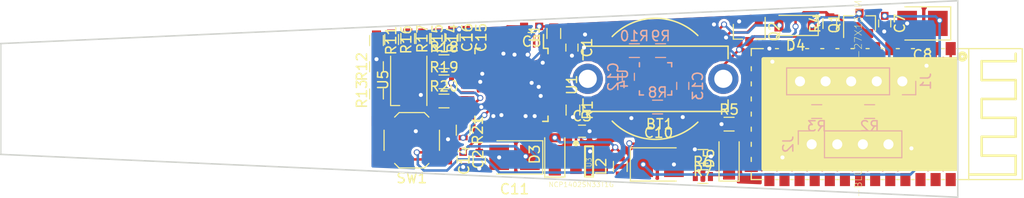
<source format=kicad_pcb>
(kicad_pcb (version 4) (host pcbnew 4.0.6)
  (layers (0 F.Cu signal) (31 B.Cu signal) (34 B.Paste user) (35 F.Paste user) (36 B.SilkS user) (37 F.SilkS user hide) (38 B.Mask user) (39 F.Mask user) (44 Edge.Cuts user))
  (net 0 "")
  (net 1 /BAT1_VSENSE)
  (net 2 GND)
  (net 3 /BAT2_VSENSE)
  (net 4 +3V3)
  (net 5 "Net-(C5-Pad1)")
  (net 6 "Net-(C10-Pad1)")
  (net 7 "Net-(C13-Pad1)")
  (net 8 /touch_cap3)
  (net 9 /touch_cap2)
  (net 10 /touch_cap1)
  (net 11 "Net-(J1-Pad2)")
  (net 12 "Net-(J1-Pad4)")
  (net 13 /micro/nRST)
  (net 14 "Net-(J2-Pad1)")
  (net 15 "Net-(J2-Pad2)")
  (net 16 "Net-(J2-Pad3)")
  (net 17 "Net-(J2-Pad4)")
  (net 18 "Net-(D3-Pad2)")
  (net 19 "Net-(R1-Pad1)")
  (net 20 /micro/SWD_CLK)
  (net 21 /micro/SWD_IO)
  (net 22 "Net-(R8-Pad2)")
  (net 23 /ACCEL_GYRO_I2C_SCL)
  (net 24 /ACCEL_GYRO_I2C_SDA)
  (net 25 /touch_y1)
  (net 26 /touch_y2)
  (net 27 /touch_y3)
  (net 28 /touch_y4)
  (net 29 /touch_x1)
  (net 30 /touch_x2)
  (net 31 /touch_x3)
  (net 32 /touch_x4)
  (net 33 "Net-(R19-Pad1)")
  (net 34 /LED_BLUE)
  (net 35 "Net-(R20-Pad1)")
  (net 36 /LED_GREEN)
  (net 37 "Net-(R21-Pad1)")
  (net 38 /LED_RED)
  (net 39 /BLUETOOTH_RX)
  (net 40 /BLUETOOTH_TX)
  (net 41 "Net-(D4-Pad2)")
  (net 42 "Net-(D5-Pad1)")
  (net 43 "Net-(Q1-Pad1)")
  (net 44 /PWR_LATCH)
  (net 45 /PWR_BUTTON)
  (net 46 /touch_interface/sense_y1)
  (net 47 /touch_interface/sense_y2)
  (net 48 /touch_interface/sense_y3)
  (net 49 /touch_interface/sense_y4)
  (net 50 /touch_interface/sense_x1)
  (net 51 /touch_interface/sense_x2)
  (net 52 /touch_interface/sense_x3)
  (net 53 /touch_interface/sense_x4)
  (net 54 "Net-(U1-Pad2)")
  (net 55 "Net-(U1-Pad3)")
  (net 56 "Net-(U1-Pad4)")
  (net 57 "Net-(U1-Pad5)")
  (net 58 "Net-(U1-Pad6)")
  (net 59 /micro/PB2)
  (net 60 /micro/PB12)
  (net 61 /micro/PB13)
  (net 62 /micro/PA8)
  (net 63 /micro/PA12)
  (net 64 /micro/PA15)
  (net 65 /micro/PB4)
  (net 66 /micro/PB5)
  (net 67 "Net-(U2-Pad14)")
  (net 68 "Net-(U2-Pad15)")
  (net 69 "Net-(U2-Pad20)")
  (net 70 "Net-(U2-Pad21)")
  (net 71 "Net-(U2-Pad22)")
  (net 72 "Net-(U2-Pad23)")
  (net 73 "Net-(U2-Pad24)")
  (net 74 "Net-(U2-Pad25)")
  (net 75 "Net-(U2-Pad26)")
  (net 76 "Net-(U2-Pad27)")
  (net 77 "Net-(U2-Pad28)")
  (net 78 "Net-(U2-Pad29)")
  (net 79 "Net-(U2-Pad30)")
  (net 80 "Net-(U2-Pad31)")
  (net 81 "Net-(U2-Pad32)")
  (net 82 "Net-(U2-Pad33)")
  (net 83 "Net-(U2-Pad34)")
  (net 84 "Net-(U2-Pad3)")
  (net 85 "Net-(U2-Pad4)")
  (net 86 "Net-(U2-Pad5)")
  (net 87 "Net-(U2-Pad6)")
  (net 88 "Net-(U2-Pad7)")
  (net 89 "Net-(U2-Pad8)")
  (net 90 "Net-(U2-Pad9)")
  (net 91 "Net-(U2-Pad10)")
  (net 92 "Net-(U2-Pad11)")
  (net 93 "Net-(U4-Pad6)")
  (net 94 "Net-(U4-Pad7)")
  (net 95 "Net-(U4-Pad11)")
  (net 96 "Net-(U4-Pad12)")
  (module bluetooth_hc-05:BT34P-SMD-1.5-26.9X13.0X2.2MM (layer F.Cu) (at 178 73 270)
    (fp_text reference U2 (at -0.127205 -27.7943 270) (layer F.SilkS) (effects (font (size 0.70113 0.70113) (thickness 0.05))))
    (fp_text value "MODULE-BLUETOOTH-HC-05(34P-27X13MM)" (at 0.318129 -10.6255 270) (layer F.SilkS) (effects (font (size 0.701388 0.701388) (thickness 0.05))))
    (pad 17 smd rect (at -0.75 0) (size 1.3 1) (layers F.Cu F.Paste F.Mask) (net 16 "Net-(J2-Pad3)"))
    (pad 14 smd rect (at -5.25 0) (size 1.3 1) (layers F.Cu F.Paste F.Mask) (net 67 "Net-(U2-Pad14)"))
    (pad 15 smd rect (at -3.75 0) (size 1.3 1) (layers F.Cu F.Paste F.Mask) (net 68 "Net-(U2-Pad15)"))
    (pad 16 smd rect (at -2.25 0) (size 1.3 1) (layers F.Cu F.Paste F.Mask) (net 17 "Net-(J2-Pad4)"))
    (pad 18 smd rect (at 0.75 0) (size 1.3 1) (layers F.Cu F.Paste F.Mask) (net 15 "Net-(J2-Pad2)"))
    (pad 19 smd rect (at 2.25 0) (size 1.3 1) (layers F.Cu F.Paste F.Mask) (net 14 "Net-(J2-Pad1)"))
    (pad 20 smd rect (at 3.75 0) (size 1.3 1) (layers F.Cu F.Paste F.Mask) (net 69 "Net-(U2-Pad20)"))
    (pad 21 smd rect (at 5.25 0) (size 1.3 1) (layers F.Cu F.Paste F.Mask) (net 70 "Net-(U2-Pad21)"))
    (pad 22 smd rect (at 6.5 -1.8 90) (size 1.3 1) (layers F.Cu F.Paste F.Mask) (net 71 "Net-(U2-Pad22)"))
    (pad 23 smd rect (at 6.5 -3.3 90) (size 1.3 1) (layers F.Cu F.Paste F.Mask) (net 72 "Net-(U2-Pad23)"))
    (pad 24 smd rect (at 6.5 -4.8 90) (size 1.3 1) (layers F.Cu F.Paste F.Mask) (net 73 "Net-(U2-Pad24)"))
    (pad 25 smd rect (at 6.5 -6.3 90) (size 1.3 1) (layers F.Cu F.Paste F.Mask) (net 74 "Net-(U2-Pad25)"))
    (pad 26 smd rect (at 6.5 -7.8 90) (size 1.3 1) (layers F.Cu F.Paste F.Mask) (net 75 "Net-(U2-Pad26)"))
    (pad 27 smd rect (at 6.5 -9.3 90) (size 1.3 1) (layers F.Cu F.Paste F.Mask) (net 76 "Net-(U2-Pad27)"))
    (pad 28 smd rect (at 6.5 -10.8 90) (size 1.3 1) (layers F.Cu F.Paste F.Mask) (net 77 "Net-(U2-Pad28)"))
    (pad 29 smd rect (at 6.5 -12.3 90) (size 1.3 1) (layers F.Cu F.Paste F.Mask) (net 78 "Net-(U2-Pad29)"))
    (pad 30 smd rect (at 6.5 -13.8 90) (size 1.3 1) (layers F.Cu F.Paste F.Mask) (net 79 "Net-(U2-Pad30)"))
    (pad 31 smd rect (at 6.5 -15.3 90) (size 1.3 1) (layers F.Cu F.Paste F.Mask) (net 80 "Net-(U2-Pad31)"))
    (pad 32 smd rect (at 6.5 -16.8 90) (size 1.3 1) (layers F.Cu F.Paste F.Mask) (net 81 "Net-(U2-Pad32)"))
    (pad 33 smd rect (at 6.5 -18.3 90) (size 1.3 1) (layers F.Cu F.Paste F.Mask) (net 82 "Net-(U2-Pad33)"))
    (pad 34 smd rect (at 6.5 -19.8 90) (size 1.3 1) (layers F.Cu F.Paste F.Mask) (net 83 "Net-(U2-Pad34)"))
    (pad 1 smd rect (at -6.5 -19.8 270) (size 1.3 1) (layers F.Cu F.Paste F.Mask) (net 40 /BLUETOOTH_TX))
    (pad 2 smd rect (at -6.5 -18.3 270) (size 1.3 1) (layers F.Cu F.Paste F.Mask) (net 39 /BLUETOOTH_RX))
    (pad 3 smd rect (at -6.5 -16.8 270) (size 1.3 1) (layers F.Cu F.Paste F.Mask) (net 84 "Net-(U2-Pad3)"))
    (pad 4 smd rect (at -6.5 -15.3 270) (size 1.3 1) (layers F.Cu F.Paste F.Mask) (net 85 "Net-(U2-Pad4)"))
    (pad 5 smd rect (at -6.5 -13.8 270) (size 1.3 1) (layers F.Cu F.Paste F.Mask) (net 86 "Net-(U2-Pad5)"))
    (pad 6 smd rect (at -6.5 -12.3 270) (size 1.3 1) (layers F.Cu F.Paste F.Mask) (net 87 "Net-(U2-Pad6)"))
    (pad 7 smd rect (at -6.5 -10.8 270) (size 1.3 1) (layers F.Cu F.Paste F.Mask) (net 88 "Net-(U2-Pad7)"))
    (pad 8 smd rect (at -6.5 -9.3 270) (size 1.3 1) (layers F.Cu F.Paste F.Mask) (net 89 "Net-(U2-Pad8)"))
    (pad 9 smd rect (at -6.5 -7.8 270) (size 1.3 1) (layers F.Cu F.Paste F.Mask) (net 90 "Net-(U2-Pad9)"))
    (pad 10 smd rect (at -6.5 -6.3 270) (size 1.3 1) (layers F.Cu F.Paste F.Mask) (net 91 "Net-(U2-Pad10)"))
    (pad 11 smd rect (at -6.5 -4.8 270) (size 1.3 1) (layers F.Cu F.Paste F.Mask) (net 92 "Net-(U2-Pad11)"))
    (pad 12 smd rect (at -6.5 -3.3 270) (size 1.3 1) (layers F.Cu F.Paste F.Mask) (net 4 +3V3))
    (pad 13 smd rect (at -6.5 -1.8 270) (size 1.3 1) (layers F.Cu F.Paste F.Mask) (net 2 GND))
  )
  (module BC_2011_CR1225_HOLDER:BC-2011-CR1225 (layer F.Cu) (at 168.5 69.5)
    (fp_text reference BT1 (at 0.4 4.5) (layer F.SilkS))
    (fp_text value "3V CR1225")
    (pad 1 thru_hole circle (at -6.73 0) (size 3 3) (drill 1.8) (layers *.Cu *.Mask) (net 1 /BAT1_VSENSE))
    (pad 1 thru_hole circle (at 6.73 0) (size 3 3) (drill 1.8) (layers *.Cu *.Mask) (net 1 /BAT1_VSENSE))
    (pad 2 smd rect (at 0 0) (size 7 4) (layers F.Cu F.Paste F.Mask) (net 2 GND))
  )
  (module Capacitors_SMD:C_0603 (layer F.Cu) (at 160.2 66.4 270)
    (fp_text reference C1 (at 0 -1.5 270) (layer F.SilkS))
    (fp_text value 100n)
    (pad 2 smd rect (at 0.75 0 270) (size 0.8 0.75) (layers F.Cu F.Paste F.Mask) (net 2 GND))
    (pad 1 smd rect (at -0.75 0 270) (size 0.8 0.75) (layers F.Cu F.Paste F.Mask) (net 4 +3V3))
  )
  (module Capacitors_SMD:C_0603 (layer F.Cu) (at 149.4 77.5 270)
    (fp_text reference C2 (at 0 -1.5 270) (layer F.SilkS))
    (fp_text value 100n)
    (pad 2 smd rect (at 0.75 0 270) (size 0.8 0.75) (layers F.Cu F.Paste F.Mask) (net 2 GND))
    (pad 1 smd rect (at -0.75 0 270) (size 0.8 0.75) (layers F.Cu F.Paste F.Mask) (net 4 +3V3))
  )
  (module Capacitors_SMD:C_0603 (layer F.Cu) (at 161.2 74.7)
    (fp_text reference C3 (at 0 -1.5) (layer F.SilkS))
    (fp_text value 100n)
    (pad 2 smd rect (at 0.75 0) (size 0.8 0.75) (layers F.Cu F.Paste F.Mask) (net 2 GND))
    (pad 1 smd rect (at -0.75 0) (size 0.8 0.75) (layers F.Cu F.Paste F.Mask) (net 4 +3V3))
  )
  (module Capacitors_SMD:C_0603 (layer F.Cu) (at 156.2 64.3 180)
    (fp_text reference C5 (at 0 -1.5 180) (layer F.SilkS))
    (fp_text value 100n)
    (pad 2 smd rect (at 0.75 0 180) (size 0.8 0.75) (layers F.Cu F.Paste F.Mask) (net 2 GND))
    (pad 1 smd rect (at -0.75 0 180) (size 0.8 0.75) (layers F.Cu F.Paste F.Mask) (net 5 "Net-(C5-Pad1)"))
  )
  (module Capacitors_SMD:C_0603 (layer F.Cu) (at 191.25 64 270)
    (fp_text reference C7 (at 0 -1.5 270) (layer F.SilkS))
    (fp_text value 100nF)
    (pad 2 smd rect (at 0.75 0 270) (size 0.8 0.75) (layers F.Cu F.Paste F.Mask) (net 2 GND))
    (pad 1 smd rect (at -0.75 0 270) (size 0.8 0.75) (layers F.Cu F.Paste F.Mask) (net 4 +3V3))
  )
  (module Capacitors_Tantalum_SMD:CP_Tantalum_Case-B_EIA-3528-21_Reflow (layer F.Cu) (at 195 64 180)
    (fp_text reference C8 (at 0 -3.15 180) (layer F.SilkS))
    (fp_text value 100uF)
    (pad 1 smd rect (at -1.525 0 180) (size 1.95 2.5) (layers F.Cu F.Paste F.Mask) (net 4 +3V3))
    (pad 2 smd rect (at 1.525 0 180) (size 1.95 2.5) (layers F.Cu F.Paste F.Mask) (net 2 GND))
  )
  (module Capacitors_Tantalum_SMD:CP_Tantalum_Case-B_EIA-3528-21_Reflow (layer F.Cu) (at 168.8 78)
    (fp_text reference C10 (at 0 -3.15) (layer F.SilkS))
    (fp_text value 10uF)
    (pad 1 smd rect (at -1.525 0) (size 1.95 2.5) (layers F.Cu F.Paste F.Mask) (net 6 "Net-(C10-Pad1)"))
    (pad 2 smd rect (at 1.525 0) (size 1.95 2.5) (layers F.Cu F.Paste F.Mask) (net 2 GND))
  )
  (module Capacitors_Tantalum_SMD:CP_Tantalum_Case-B_EIA-3528-21_Reflow (layer F.Cu) (at 154.5 77.3 180)
    (fp_text reference C11 (at 0 -3.15 180) (layer F.SilkS))
    (fp_text value 68uF)
    (pad 1 smd rect (at -1.525 0 180) (size 1.95 2.5) (layers F.Cu F.Paste F.Mask) (net 4 +3V3))
    (pad 2 smd rect (at 1.525 0 180) (size 1.95 2.5) (layers F.Cu F.Paste F.Mask) (net 2 GND))
  )
  (module Capacitors_SMD:C_0603 (layer B.Cu) (at 165.8 69.3 270)
    (fp_text reference C12 (at 0 1.5 270) (layer B.SilkS) (effects (justify mirror)))
    (fp_text value 100nF)
    (pad 2 smd rect (at 0.75 0 270) (size 0.8 0.75) (layers B.Cu B.Paste B.Mask) (net 2 GND))
    (pad 1 smd rect (at -0.75 0 270) (size 0.8 0.75) (layers B.Cu B.Paste B.Mask) (net 4 +3V3))
  )
  (module Capacitors_SMD:C_0603 (layer B.Cu) (at 171.2 70.2 90)
    (fp_text reference C13 (at 0 1.5 90) (layer B.SilkS) (effects (justify mirror)))
    (fp_text value 100nF)
    (pad 2 smd rect (at 0.75 0 90) (size 0.8 0.75) (layers B.Cu B.Paste B.Mask) (net 2 GND))
    (pad 1 smd rect (at -0.75 0 90) (size 0.8 0.75) (layers B.Cu B.Paste B.Mask) (net 7 "Net-(C13-Pad1)"))
  )
  (module Capacitors_SMD:C_0603 (layer F.Cu) (at 151 77.6 90)
    (fp_text reference C14 (at 0 -1.5 90) (layer F.SilkS))
    (fp_text value 47nF)
    (pad 2 smd rect (at 0.75 0 90) (size 0.8 0.75) (layers F.Cu F.Paste F.Mask) (net 8 /touch_cap3))
    (pad 1 smd rect (at -0.75 0 90) (size 0.8 0.75) (layers F.Cu F.Paste F.Mask) (net 2 GND))
  )
  (module Capacitors_SMD:C_0603 (layer F.Cu) (at 149.7 65.4 270)
    (fp_text reference C15 (at 0 -1.5 270) (layer F.SilkS))
    (fp_text value 47nF)
    (pad 2 smd rect (at 0.75 0 270) (size 0.8 0.75) (layers F.Cu F.Paste F.Mask) (net 9 /touch_cap2))
    (pad 1 smd rect (at -0.75 0 270) (size 0.8 0.75) (layers F.Cu F.Paste F.Mask) (net 2 GND))
  )
  (module Capacitors_SMD:C_0603 (layer F.Cu) (at 148.3 65.4 270)
    (fp_text reference C16 (at 0 -1.5 270) (layer F.SilkS))
    (fp_text value 47nF)
    (pad 2 smd rect (at 0.75 0 270) (size 0.8 0.75) (layers F.Cu F.Paste F.Mask) (net 10 /touch_cap1))
    (pad 1 smd rect (at -0.75 0 270) (size 0.8 0.75) (layers F.Cu F.Paste F.Mask) (net 2 GND))
  )
  (module Diodes_SMD:D_SOD-123 (layer F.Cu) (at 158.5 77 90)
    (fp_text reference D3 (at 0 -2 90) (layer F.SilkS))
    (fp_text value MBR0520)
    (pad 1 smd rect (at -1.65 0 90) (size 0.9 1.2) (layers F.Cu F.Paste F.Mask) (net 4 +3V3))
    (pad 2 smd rect (at 1.65 0 90) (size 0.9 1.2) (layers F.Cu F.Paste F.Mask) (net 18 "Net-(D3-Pad2)"))
  )
  (module Diodes_SMD:D_SOD-123 (layer F.Cu) (at 182.4 64.2 180)
    (fp_text reference D4 (at 0 -2 180) (layer F.SilkS))
    (fp_text value MBR0520)
    (pad 1 smd rect (at -1.65 0 180) (size 0.9 1.2) (layers F.Cu F.Paste F.Mask) (net 6 "Net-(C10-Pad1)"))
    (pad 2 smd rect (at 1.65 0 180) (size 0.9 1.2) (layers F.Cu F.Paste F.Mask) (net 41 "Net-(D4-Pad2)"))
  )
  (module Diodes_SMD:D_SOD-123 (layer F.Cu) (at 175.8 77.4 90)
    (fp_text reference D5 (at 0 -2 90) (layer F.SilkS))
    (fp_text value MBR0520)
    (pad 1 smd rect (at -1.65 0 90) (size 0.9 1.2) (layers F.Cu F.Paste F.Mask) (net 42 "Net-(D5-Pad1)"))
    (pad 2 smd rect (at 1.65 0 90) (size 0.9 1.2) (layers F.Cu F.Paste F.Mask) (net 41 "Net-(D4-Pad2)"))
  )
  (module Pin_Headers:Pin_Header_Straight_1x05_Pitch2.54mm (layer B.Cu) (at 193 69.75 90)
    (fp_text reference J1 (at 0 2.33 90) (layer B.SilkS) (effects (justify mirror)))
    (fp_text value CONN_01X05)
    (pad 1 thru_hole rect (at 0 0 90) (size 1.7 1.7) (drill 1) (layers *.Cu *.Mask) (net 4 +3V3))
    (pad 2 thru_hole oval (at 0 -2.54 90) (size 1.7 1.7) (drill 1) (layers *.Cu *.Mask) (net 11 "Net-(J1-Pad2)"))
    (pad 3 thru_hole oval (at 0 -5.08 90) (size 1.7 1.7) (drill 1) (layers *.Cu *.Mask) (net 2 GND))
    (pad 4 thru_hole oval (at 0 -7.62 90) (size 1.7 1.7) (drill 1) (layers *.Cu *.Mask) (net 12 "Net-(J1-Pad4)"))
    (pad 5 thru_hole oval (at 0 -10.16 90) (size 1.7 1.7) (drill 1) (layers *.Cu *.Mask) (net 13 /micro/nRST))
  )
  (module Pin_Headers:Pin_Header_Straight_1x04_Pitch2.54mm (layer B.Cu) (at 184 76 270)
    (fp_text reference J2 (at 0 2.33 270) (layer B.SilkS) (effects (justify mirror)))
    (fp_text value CONN_01X04)
    (pad 1 thru_hole rect (at 0 0 270) (size 1.7 1.7) (drill 1) (layers *.Cu *.Mask) (net 14 "Net-(J2-Pad1)"))
    (pad 2 thru_hole oval (at 0 -2.54 270) (size 1.7 1.7) (drill 1) (layers *.Cu *.Mask) (net 15 "Net-(J2-Pad2)"))
    (pad 3 thru_hole oval (at 0 -5.08 270) (size 1.7 1.7) (drill 1) (layers *.Cu *.Mask) (net 16 "Net-(J2-Pad3)"))
    (pad 4 thru_hole oval (at 0 -7.62 270) (size 1.7 1.7) (drill 1) (layers *.Cu *.Mask) (net 17 "Net-(J2-Pad4)"))
  )
  (module Inductors_SMD:L_0603 (layer F.Cu) (at 158.4 65 90)
    (fp_text reference L1 (at 0 -1.9 90) (layer F.SilkS))
    (fp_text value Ferrite)
    (pad 1 smd rect (at -0.75 0 90) (size 0.5 0.9) (layers F.Cu F.Paste F.Mask) (net 4 +3V3))
    (pad 2 smd rect (at 0.75 0 90) (size 0.5 0.9) (layers F.Cu F.Paste F.Mask) (net 5 "Net-(C5-Pad1)"))
  )
  (module Inductors_SMD:L_0603 (layer F.Cu) (at 165 78.2 90)
    (fp_text reference L2 (at 0 -1.9 90) (layer F.SilkS))
    (fp_text value 47uH)
    (pad 1 smd rect (at -0.75 0 90) (size 0.5 0.9) (layers F.Cu F.Paste F.Mask) (net 6 "Net-(C10-Pad1)"))
    (pad 2 smd rect (at 0.75 0 90) (size 0.5 0.9) (layers F.Cu F.Paste F.Mask) (net 18 "Net-(D3-Pad2)"))
  )
  (module TO_SOT_Packages_SMD:SOT-23 (layer F.Cu) (at 188.75 64 90)
    (fp_text reference Q1 (at 0 -2.5 90) (layer F.SilkS))
    (fp_text value BSS84)
    (pad 1 smd rect (at -1 -0.95 90) (size 0.9 0.8) (layers F.Cu F.Paste F.Mask) (net 43 "Net-(Q1-Pad1)"))
    (pad 2 smd rect (at -1 0.95 90) (size 0.9 0.8) (layers F.Cu F.Paste F.Mask) (net 1 /BAT1_VSENSE))
    (pad 3 smd rect (at 1 0 90) (size 0.9 0.8) (layers F.Cu F.Paste F.Mask) (net 6 "Net-(C10-Pad1)"))
  )
  (module TO_SOT_Packages_SMD:SOT-23 (layer F.Cu) (at 177.8 64.8 270)
    (fp_text reference Q2 (at 0 -2.5 270) (layer F.SilkS))
    (fp_text value BSS138)
    (pad 1 smd rect (at -1 -0.95 270) (size 0.9 0.8) (layers F.Cu F.Paste F.Mask) (net 44 /PWR_LATCH))
    (pad 2 smd rect (at -1 0.95 270) (size 0.9 0.8) (layers F.Cu F.Paste F.Mask) (net 2 GND))
    (pad 3 smd rect (at 1 0 270) (size 0.9 0.8) (layers F.Cu F.Paste F.Mask) (net 43 "Net-(Q1-Pad1)"))
  )
  (module Resistors_SMD:R_0603 (layer F.Cu) (at 160.3 72.6 270)
    (fp_text reference R1 (at 0 -1.45 270) (layer F.SilkS))
    (fp_text value 4.7k)
    (pad 1 smd rect (at -0.75 0 270) (size 0.5 0.9) (layers F.Cu F.Paste F.Mask) (net 19 "Net-(R1-Pad1)"))
    (pad 2 smd rect (at 0.75 0 270) (size 0.5 0.9) (layers F.Cu F.Paste F.Mask) (net 2 GND))
  )
  (module Resistors_SMD:R_0603 (layer B.Cu) (at 189.75 72.75)
    (fp_text reference R2 (at 0 1.45) (layer B.SilkS) (effects (justify mirror)))
    (fp_text value 100)
    (pad 1 smd rect (at -0.75 0) (size 0.5 0.9) (layers B.Cu B.Paste B.Mask) (net 20 /micro/SWD_CLK))
    (pad 2 smd rect (at 0.75 0) (size 0.5 0.9) (layers B.Cu B.Paste B.Mask) (net 11 "Net-(J1-Pad2)"))
  )
  (module Resistors_SMD:R_0603 (layer B.Cu) (at 184.5 72.75)
    (fp_text reference R3 (at 0 1.45) (layer B.SilkS) (effects (justify mirror)))
    (fp_text value 100)
    (pad 1 smd rect (at -0.75 0) (size 0.5 0.9) (layers B.Cu B.Paste B.Mask) (net 21 /micro/SWD_IO))
    (pad 2 smd rect (at 0.75 0) (size 0.5 0.9) (layers B.Cu B.Paste B.Mask) (net 12 "Net-(J1-Pad4)"))
  )
  (module Resistors_SMD:R_0603 (layer F.Cu) (at 185.8 64 90)
    (fp_text reference R4 (at 0 -1.45 90) (layer F.SilkS))
    (fp_text value 100K)
    (pad 1 smd rect (at -0.75 0 90) (size 0.5 0.9) (layers F.Cu F.Paste F.Mask) (net 43 "Net-(Q1-Pad1)"))
    (pad 2 smd rect (at 0.75 0 90) (size 0.5 0.9) (layers F.Cu F.Paste F.Mask) (net 1 /BAT1_VSENSE))
  )
  (module Resistors_SMD:R_0603 (layer F.Cu) (at 175.8 74)
    (fp_text reference R5 (at 0 -1.45) (layer F.SilkS))
    (fp_text value 100K)
    (pad 1 smd rect (at -0.75 0) (size 0.5 0.9) (layers F.Cu F.Paste F.Mask) (net 2 GND))
    (pad 2 smd rect (at 0.75 0) (size 0.5 0.9) (layers F.Cu F.Paste F.Mask) (net 44 /PWR_LATCH))
  )
  (module Resistors_SMD:R_0603 (layer F.Cu) (at 173.2 79.2)
    (fp_text reference R6 (at 0 -1.45) (layer F.SilkS))
    (fp_text value 4K7)
    (pad 1 smd rect (at -0.75 0) (size 0.5 0.9) (layers F.Cu F.Paste F.Mask) (net 45 /PWR_BUTTON))
    (pad 2 smd rect (at 0.75 0) (size 0.5 0.9) (layers F.Cu F.Paste F.Mask) (net 42 "Net-(D5-Pad1)"))
  )
  (module Resistors_SMD:R_0603 (layer F.Cu) (at 173.2 77.2 180)
    (fp_text reference R7 (at 0 -1.45 180) (layer F.SilkS))
    (fp_text value 47K)
    (pad 1 smd rect (at -0.75 0 180) (size 0.5 0.9) (layers F.Cu F.Paste F.Mask) (net 2 GND))
    (pad 2 smd rect (at 0.75 0 180) (size 0.5 0.9) (layers F.Cu F.Paste F.Mask) (net 45 /PWR_BUTTON))
  )
  (module Resistors_SMD:R_0603 (layer B.Cu) (at 168.7 72.3 180)
    (fp_text reference R8 (at 0 1.45 180) (layer B.SilkS) (effects (justify mirror)))
    (fp_text value 10K)
    (pad 1 smd rect (at -0.75 0 180) (size 0.5 0.9) (layers B.Cu B.Paste B.Mask) (net 4 +3V3))
    (pad 2 smd rect (at 0.75 0 180) (size 0.5 0.9) (layers B.Cu B.Paste B.Mask) (net 22 "Net-(R8-Pad2)"))
  )
  (module Resistors_SMD:R_0603 (layer B.Cu) (at 169 66.7 180)
    (fp_text reference R9 (at 0 1.45 180) (layer B.SilkS) (effects (justify mirror)))
    (fp_text value 10K)
    (pad 1 smd rect (at -0.75 0 180) (size 0.5 0.9) (layers B.Cu B.Paste B.Mask) (net 4 +3V3))
    (pad 2 smd rect (at 0.75 0 180) (size 0.5 0.9) (layers B.Cu B.Paste B.Mask) (net 23 /ACCEL_GYRO_I2C_SCL))
  )
  (module Resistors_SMD:R_0603 (layer B.Cu) (at 166.4 66.7 180)
    (fp_text reference R10 (at 0 1.45 180) (layer B.SilkS) (effects (justify mirror)))
    (fp_text value 10K)
    (pad 1 smd rect (at -0.75 0 180) (size 0.5 0.9) (layers B.Cu B.Paste B.Mask) (net 4 +3V3))
    (pad 2 smd rect (at 0.75 0 180) (size 0.5 0.9) (layers B.Cu B.Paste B.Mask) (net 24 /ACCEL_GYRO_I2C_SDA))
  )
  (module Resistors_SMD:R_0603 (layer F.Cu) (at 140.8 65.7 270)
    (fp_text reference R11 (at 0 -1.45 270) (layer F.SilkS))
    (fp_text value 10K)
    (pad 1 smd rect (at -0.75 0 270) (size 0.5 0.9) (layers F.Cu F.Paste F.Mask) (net 46 /touch_interface/sense_y1))
    (pad 2 smd rect (at 0.75 0 270) (size 0.5 0.9) (layers F.Cu F.Paste F.Mask) (net 25 /touch_y1))
  )
  (module Resistors_SMD:R_0603 (layer F.Cu) (at 140.8 68.3 90)
    (fp_text reference R12 (at 0 -1.45 90) (layer F.SilkS))
    (fp_text value 10K)
    (pad 1 smd rect (at -0.75 0 90) (size 0.5 0.9) (layers F.Cu F.Paste F.Mask) (net 47 /touch_interface/sense_y2))
    (pad 2 smd rect (at 0.75 0 90) (size 0.5 0.9) (layers F.Cu F.Paste F.Mask) (net 26 /touch_y2))
  )
  (module Resistors_SMD:R_0603 (layer F.Cu) (at 140.8 71 90)
    (fp_text reference R13 (at 0 -1.45 90) (layer F.SilkS))
    (fp_text value 10K)
    (pad 1 smd rect (at -0.75 0 90) (size 0.5 0.9) (layers F.Cu F.Paste F.Mask) (net 48 /touch_interface/sense_y3))
    (pad 2 smd rect (at 0.75 0 90) (size 0.5 0.9) (layers F.Cu F.Paste F.Mask) (net 27 /touch_y3))
  )
  (module Resistors_SMD:R_0603 (layer F.Cu) (at 146.9 65.5 270)
    (fp_text reference R14 (at 0 -1.45 270) (layer F.SilkS))
    (fp_text value 10K)
    (pad 1 smd rect (at -0.75 0 270) (size 0.5 0.9) (layers F.Cu F.Paste F.Mask) (net 49 /touch_interface/sense_y4))
    (pad 2 smd rect (at 0.75 0 270) (size 0.5 0.9) (layers F.Cu F.Paste F.Mask) (net 28 /touch_y4))
  )
  (module Resistors_SMD:R_0603 (layer F.Cu) (at 145.4 65.5 270)
    (fp_text reference R15 (at 0 -1.45 270) (layer F.SilkS))
    (fp_text value 10K)
    (pad 1 smd rect (at -0.75 0 270) (size 0.5 0.9) (layers F.Cu F.Paste F.Mask) (net 50 /touch_interface/sense_x1))
    (pad 2 smd rect (at 0.75 0 270) (size 0.5 0.9) (layers F.Cu F.Paste F.Mask) (net 29 /touch_x1))
  )
  (module Resistors_SMD:R_0603 (layer F.Cu) (at 142.3 65.6 270)
    (fp_text reference R16 (at 0 -1.45 270) (layer F.SilkS))
    (fp_text value 10K)
    (pad 1 smd rect (at -0.75 0 270) (size 0.5 0.9) (layers F.Cu F.Paste F.Mask) (net 51 /touch_interface/sense_x2))
    (pad 2 smd rect (at 0.75 0 270) (size 0.5 0.9) (layers F.Cu F.Paste F.Mask) (net 30 /touch_x2))
  )
  (module Resistors_SMD:R_0603 (layer F.Cu) (at 143.9 65.5 270)
    (fp_text reference R17 (at 0 -1.45 270) (layer F.SilkS))
    (fp_text value 10K)
    (pad 1 smd rect (at -0.75 0 270) (size 0.5 0.9) (layers F.Cu F.Paste F.Mask) (net 52 /touch_interface/sense_x3))
    (pad 2 smd rect (at 0.75 0 270) (size 0.5 0.9) (layers F.Cu F.Paste F.Mask) (net 31 /touch_x3))
  )
  (module Resistors_SMD:R_0603 (layer F.Cu) (at 147.5 67.8)
    (fp_text reference R18 (at 0 -1.45) (layer F.SilkS))
    (fp_text value 10K)
    (pad 1 smd rect (at -0.75 0) (size 0.5 0.9) (layers F.Cu F.Paste F.Mask) (net 53 /touch_interface/sense_x4))
    (pad 2 smd rect (at 0.75 0) (size 0.5 0.9) (layers F.Cu F.Paste F.Mask) (net 32 /touch_x4))
  )
  (module Resistors_SMD:R_0603 (layer F.Cu) (at 147.5 69.8)
    (fp_text reference R19 (at 0 -1.45) (layer F.SilkS))
    (fp_text value 180)
    (pad 1 smd rect (at -0.75 0) (size 0.5 0.9) (layers F.Cu F.Paste F.Mask) (net 33 "Net-(R19-Pad1)"))
    (pad 2 smd rect (at 0.75 0) (size 0.5 0.9) (layers F.Cu F.Paste F.Mask) (net 34 /LED_BLUE))
  )
  (module Resistors_SMD:R_0603 (layer F.Cu) (at 147.5 71.7)
    (fp_text reference R20 (at 0 -1.45) (layer F.SilkS))
    (fp_text value 180)
    (pad 1 smd rect (at -0.75 0) (size 0.5 0.9) (layers F.Cu F.Paste F.Mask) (net 35 "Net-(R20-Pad1)"))
    (pad 2 smd rect (at 0.75 0) (size 0.5 0.9) (layers F.Cu F.Paste F.Mask) (net 36 /LED_GREEN))
  )
  (module Resistors_SMD:R_0603 (layer F.Cu) (at 149.4 74.6 270)
    (fp_text reference R21 (at 0 -1.45 270) (layer F.SilkS))
    (fp_text value 180)
    (pad 1 smd rect (at -0.75 0 270) (size 0.5 0.9) (layers F.Cu F.Paste F.Mask) (net 37 "Net-(R21-Pad1)"))
    (pad 2 smd rect (at 0.75 0 270) (size 0.5 0.9) (layers F.Cu F.Paste F.Mask) (net 38 /LED_RED))
  )
  (module Buttons_Switches_SMD:SW_SPST_TL3342 (layer F.Cu) (at 144.3 75.6 180)
    (fp_text reference SW1 (at 0 -3.75 180) (layer F.SilkS))
    (fp_text value TL3342)
    (pad 1 smd rect (at -3.15 -1.9 180) (size 1.7 1) (layers F.Cu F.Paste F.Mask) (net 1 /BAT1_VSENSE))
    (pad 1 smd rect (at 3.15 -1.9 180) (size 1.7 1) (layers F.Cu F.Paste F.Mask) (net 1 /BAT1_VSENSE))
    (pad 2 smd rect (at -3.15 1.9 180) (size 1.7 1) (layers F.Cu F.Paste F.Mask) (net 41 "Net-(D4-Pad2)"))
    (pad 2 smd rect (at 3.15 1.9 180) (size 1.7 1) (layers F.Cu F.Paste F.Mask) (net 41 "Net-(D4-Pad2)"))
  )
  (module Housings_QFP:LQFP-48_7x7mm_Pitch0.5mm (layer F.Cu) (at 154.2 70.1 270)
    (fp_text reference U1 (at 0 -6 270) (layer F.SilkS))
    (fp_text value STM32L053C6Tx)
    (pad 1 smd rect (at -4.35 -2.75 270) (size 1.3 0.25) (layers F.Cu F.Paste F.Mask) (net 4 +3V3))
    (pad 2 smd rect (at -4.35 -2.25 270) (size 1.3 0.25) (layers F.Cu F.Paste F.Mask) (net 54 "Net-(U1-Pad2)"))
    (pad 3 smd rect (at -4.35 -1.75 270) (size 1.3 0.25) (layers F.Cu F.Paste F.Mask) (net 55 "Net-(U1-Pad3)"))
    (pad 4 smd rect (at -4.35 -1.25 270) (size 1.3 0.25) (layers F.Cu F.Paste F.Mask) (net 56 "Net-(U1-Pad4)"))
    (pad 5 smd rect (at -4.35 -0.75 270) (size 1.3 0.25) (layers F.Cu F.Paste F.Mask) (net 57 "Net-(U1-Pad5)"))
    (pad 6 smd rect (at -4.35 -0.25 270) (size 1.3 0.25) (layers F.Cu F.Paste F.Mask) (net 58 "Net-(U1-Pad6)"))
    (pad 7 smd rect (at -4.35 0.25 270) (size 1.3 0.25) (layers F.Cu F.Paste F.Mask) (net 13 /micro/nRST))
    (pad 8 smd rect (at -4.35 0.75 270) (size 1.3 0.25) (layers F.Cu F.Paste F.Mask) (net 2 GND))
    (pad 9 smd rect (at -4.35 1.25 270) (size 1.3 0.25) (layers F.Cu F.Paste F.Mask) (net 5 "Net-(C5-Pad1)"))
    (pad 10 smd rect (at -4.35 1.75 270) (size 1.3 0.25) (layers F.Cu F.Paste F.Mask) (net 10 /touch_cap1))
    (pad 11 smd rect (at -4.35 2.25 270) (size 1.3 0.25) (layers F.Cu F.Paste F.Mask) (net 29 /touch_x1))
    (pad 12 smd rect (at -4.35 2.75 270) (size 1.3 0.25) (layers F.Cu F.Paste F.Mask) (net 30 /touch_x2))
    (pad 13 smd rect (at -2.75 4.35) (size 1.3 0.25) (layers F.Cu F.Paste F.Mask) (net 31 /touch_x3))
    (pad 14 smd rect (at -2.25 4.35) (size 1.3 0.25) (layers F.Cu F.Paste F.Mask) (net 9 /touch_cap2))
    (pad 15 smd rect (at -1.75 4.35) (size 1.3 0.25) (layers F.Cu F.Paste F.Mask) (net 32 /touch_x4))
    (pad 16 smd rect (at -1.25 4.35) (size 1.3 0.25) (layers F.Cu F.Paste F.Mask) (net 25 /touch_y1))
    (pad 17 smd rect (at -0.75 4.35) (size 1.3 0.25) (layers F.Cu F.Paste F.Mask) (net 26 /touch_y2))
    (pad 18 smd rect (at -0.25 4.35) (size 1.3 0.25) (layers F.Cu F.Paste F.Mask) (net 1 /BAT1_VSENSE))
    (pad 19 smd rect (at 0.25 4.35) (size 1.3 0.25) (layers F.Cu F.Paste F.Mask) (net 3 /BAT2_VSENSE))
    (pad 20 smd rect (at 0.75 4.35) (size 1.3 0.25) (layers F.Cu F.Paste F.Mask) (net 59 /micro/PB2))
    (pad 21 smd rect (at 1.25 4.35) (size 1.3 0.25) (layers F.Cu F.Paste F.Mask) (net 36 /LED_GREEN))
    (pad 22 smd rect (at 1.75 4.35) (size 1.3 0.25) (layers F.Cu F.Paste F.Mask) (net 34 /LED_BLUE))
    (pad 23 smd rect (at 2.25 4.35) (size 1.3 0.25) (layers F.Cu F.Paste F.Mask) (net 2 GND))
    (pad 24 smd rect (at 2.75 4.35) (size 1.3 0.25) (layers F.Cu F.Paste F.Mask) (net 4 +3V3))
    (pad 25 smd rect (at 4.35 2.75 270) (size 1.3 0.25) (layers F.Cu F.Paste F.Mask) (net 60 /micro/PB12))
    (pad 26 smd rect (at 4.35 2.25 270) (size 1.3 0.25) (layers F.Cu F.Paste F.Mask) (net 61 /micro/PB13))
    (pad 27 smd rect (at 4.35 1.75 270) (size 1.3 0.25) (layers F.Cu F.Paste F.Mask) (net 45 /PWR_BUTTON))
    (pad 28 smd rect (at 4.35 1.25 270) (size 1.3 0.25) (layers F.Cu F.Paste F.Mask) (net 44 /PWR_LATCH))
    (pad 29 smd rect (at 4.35 0.75 270) (size 1.3 0.25) (layers F.Cu F.Paste F.Mask) (net 62 /micro/PA8))
    (pad 30 smd rect (at 4.35 0.25 270) (size 1.3 0.25) (layers F.Cu F.Paste F.Mask) (net 8 /touch_cap3))
    (pad 31 smd rect (at 4.35 -0.25 270) (size 1.3 0.25) (layers F.Cu F.Paste F.Mask) (net 27 /touch_y3))
    (pad 32 smd rect (at 4.35 -0.75 270) (size 1.3 0.25) (layers F.Cu F.Paste F.Mask) (net 28 /touch_y4))
    (pad 33 smd rect (at 4.35 -1.25 270) (size 1.3 0.25) (layers F.Cu F.Paste F.Mask) (net 63 /micro/PA12))
    (pad 34 smd rect (at 4.35 -1.75 270) (size 1.3 0.25) (layers F.Cu F.Paste F.Mask) (net 21 /micro/SWD_IO))
    (pad 35 smd rect (at 4.35 -2.25 270) (size 1.3 0.25) (layers F.Cu F.Paste F.Mask) (net 2 GND))
    (pad 36 smd rect (at 4.35 -2.75 270) (size 1.3 0.25) (layers F.Cu F.Paste F.Mask) (net 4 +3V3))
    (pad 37 smd rect (at 2.75 -4.35) (size 1.3 0.25) (layers F.Cu F.Paste F.Mask) (net 20 /micro/SWD_CLK))
    (pad 38 smd rect (at 2.25 -4.35) (size 1.3 0.25) (layers F.Cu F.Paste F.Mask) (net 64 /micro/PA15))
    (pad 39 smd rect (at 1.75 -4.35) (size 1.3 0.25) (layers F.Cu F.Paste F.Mask) (net 38 /LED_RED))
    (pad 40 smd rect (at 1.25 -4.35) (size 1.3 0.25) (layers F.Cu F.Paste F.Mask) (net 65 /micro/PB4))
    (pad 41 smd rect (at 0.75 -4.35) (size 1.3 0.25) (layers F.Cu F.Paste F.Mask) (net 66 /micro/PB5))
    (pad 42 smd rect (at 0.25 -4.35) (size 1.3 0.25) (layers F.Cu F.Paste F.Mask) (net 39 /BLUETOOTH_RX))
    (pad 43 smd rect (at -0.25 -4.35) (size 1.3 0.25) (layers F.Cu F.Paste F.Mask) (net 40 /BLUETOOTH_TX))
    (pad 44 smd rect (at -0.75 -4.35) (size 1.3 0.25) (layers F.Cu F.Paste F.Mask) (net 19 "Net-(R1-Pad1)"))
    (pad 45 smd rect (at -1.25 -4.35) (size 1.3 0.25) (layers F.Cu F.Paste F.Mask) (net 23 /ACCEL_GYRO_I2C_SCL))
    (pad 46 smd rect (at -1.75 -4.35) (size 1.3 0.25) (layers F.Cu F.Paste F.Mask) (net 24 /ACCEL_GYRO_I2C_SDA))
    (pad 47 smd rect (at -2.25 -4.35) (size 1.3 0.25) (layers F.Cu F.Paste F.Mask) (net 2 GND))
    (pad 48 smd rect (at -2.75 -4.35) (size 1.3 0.25) (layers F.Cu F.Paste F.Mask) (net 4 +3V3))
  )
  (module NCP1402SN33T1G:SOT95P275X110-5N (layer F.Cu) (at 161.9 77.7)
    (fp_text reference U3 (at 0 0.1 90) (layer F.SilkS) (effects (font (size 0.480593 0.480593) (thickness 0.05))))
    (fp_text value NCP1402SN33T1G (at -0.776367 2.29629) (layer F.SilkS) (effects (font (size 0.480227 0.480227) (thickness 0.05))))
    (pad 1 smd rect (at -1.3 -0.95) (size 1.15 0.6) (layers F.Cu F.Paste F.Mask) (net 4 +3V3))
    (pad 2 smd rect (at -1.3 0) (size 1.15 0.6) (layers F.Cu F.Paste F.Mask) (net 4 +3V3))
    (pad 3 smd rect (at -1.3 0.95) (size 1.15 0.6) (layers F.Cu F.Paste F.Mask))
    (pad 4 smd rect (at 1.3 0.95 180) (size 1.15 0.6) (layers F.Cu F.Paste F.Mask) (net 2 GND))
    (pad 5 smd rect (at 1.3 -0.95 180) (size 1.15 0.6) (layers F.Cu F.Paste F.Mask) (net 18 "Net-(D3-Pad2)"))
  )
  (module Housings_DFN_QFN:QFN-24-1EP_3x3mm_Pitch0.4mm (layer B.Cu) (at 168.5 69.5 270)
    (fp_text reference U4 (at 0 3.25 270) (layer B.SilkS) (effects (justify mirror)))
    (fp_text value MPU-9250)
    (pad 1 smd rect (at -1.5 1 270) (size 0.55 0.2) (layers B.Cu B.Paste B.Mask) (net 4 +3V3))
    (pad 2 smd rect (at -1.5 0.6 270) (size 0.55 0.2) (layers B.Cu B.Paste B.Mask))
    (pad 3 smd rect (at -1.5 0.2 270) (size 0.55 0.2) (layers B.Cu B.Paste B.Mask))
    (pad 4 smd rect (at -1.5 -0.2 270) (size 0.55 0.2) (layers B.Cu B.Paste B.Mask))
    (pad 5 smd rect (at -1.5 -0.6 270) (size 0.55 0.2) (layers B.Cu B.Paste B.Mask))
    (pad 6 smd rect (at -1.5 -1 270) (size 0.55 0.2) (layers B.Cu B.Paste B.Mask) (net 93 "Net-(U4-Pad6)"))
    (pad 7 smd rect (at -1 -1.5 180) (size 0.55 0.2) (layers B.Cu B.Paste B.Mask) (net 94 "Net-(U4-Pad7)"))
    (pad 8 smd rect (at -0.6 -1.5 180) (size 0.55 0.2) (layers B.Cu B.Paste B.Mask) (net 4 +3V3))
    (pad 9 smd rect (at -0.2 -1.5 180) (size 0.55 0.2) (layers B.Cu B.Paste B.Mask) (net 2 GND))
    (pad 10 smd rect (at 0.2 -1.5 180) (size 0.55 0.2) (layers B.Cu B.Paste B.Mask) (net 7 "Net-(C13-Pad1)"))
    (pad 11 smd rect (at 0.6 -1.5 180) (size 0.55 0.2) (layers B.Cu B.Paste B.Mask) (net 95 "Net-(U4-Pad11)"))
    (pad 12 smd rect (at 1 -1.5 180) (size 0.55 0.2) (layers B.Cu B.Paste B.Mask) (net 96 "Net-(U4-Pad12)"))
    (pad 13 smd rect (at 1.5 -1 270) (size 0.55 0.2) (layers B.Cu B.Paste B.Mask) (net 4 +3V3))
    (pad 14 smd rect (at 1.5 -0.6 270) (size 0.55 0.2) (layers B.Cu B.Paste B.Mask))
    (pad 15 smd rect (at 1.5 -0.2 270) (size 0.55 0.2) (layers B.Cu B.Paste B.Mask))
    (pad 16 smd rect (at 1.5 0.2 270) (size 0.55 0.2) (layers B.Cu B.Paste B.Mask))
    (pad 17 smd rect (at 1.5 0.6 270) (size 0.55 0.2) (layers B.Cu B.Paste B.Mask))
    (pad 18 smd rect (at 1.5 1 270) (size 0.55 0.2) (layers B.Cu B.Paste B.Mask) (net 2 GND))
    (pad 19 smd rect (at 1 1.5 180) (size 0.55 0.2) (layers B.Cu B.Paste B.Mask))
    (pad 20 smd rect (at 0.6 1.5 180) (size 0.55 0.2) (layers B.Cu B.Paste B.Mask) (net 2 GND))
    (pad 21 smd rect (at 0.2 1.5 180) (size 0.55 0.2) (layers B.Cu B.Paste B.Mask))
    (pad 22 smd rect (at -0.2 1.5 180) (size 0.55 0.2) (layers B.Cu B.Paste B.Mask) (net 22 "Net-(R8-Pad2)"))
    (pad 23 smd rect (at -0.6 1.5 180) (size 0.55 0.2) (layers B.Cu B.Paste B.Mask) (net 23 /ACCEL_GYRO_I2C_SCL))
    (pad 24 smd rect (at -1 1.5 180) (size 0.55 0.2) (layers B.Cu B.Paste B.Mask) (net 24 /ACCEL_GYRO_I2C_SDA))
    (pad 25 smd rect (at 0.435 -0.4 270) (size 0.875 0.8) (layers B.Cu B.Paste B.Mask))
    (pad 25 smd rect (at 0.435 0.4 270) (size 0.875 0.8) (layers B.Cu B.Paste B.Mask))
    (pad 25 smd rect (at -0.435 -0.4 270) (size 0.875 0.8) (layers B.Cu B.Paste B.Mask))
    (pad 25 smd rect (at -0.435 0.4 270) (size 0.875 0.8) (layers B.Cu B.Paste B.Mask))
  )
  (module LEDs:LED_RGB_PLCC-6 (layer F.Cu) (at 144 69.6 90)
    (fp_text reference U5 (at 0 -2.55 270) (layer F.SilkS))
    (fp_text value ASMT-YTC2-0AA02)
    (pad 1 smd rect (at -1.55 -1.1 180) (size 0.7 1.3) (layers F.Cu F.Paste F.Mask) (net 33 "Net-(R19-Pad1)"))
    (pad 2 smd rect (at -1.55 0 180) (size 0.7 1.3) (layers F.Cu F.Paste F.Mask) (net 35 "Net-(R20-Pad1)"))
    (pad 3 smd rect (at -1.55 1.1 180) (size 0.7 1.3) (layers F.Cu F.Paste F.Mask) (net 37 "Net-(R21-Pad1)"))
    (pad 4 smd rect (at 1.55 1.1 180) (size 0.7 1.3) (layers F.Cu F.Paste F.Mask) (net 4 +3V3))
    (pad 5 smd rect (at 1.55 0 180) (size 0.7 1.3) (layers F.Cu F.Paste F.Mask) (net 4 +3V3))
    (pad 6 smd rect (at 1.55 -1.1 180) (size 0.7 1.3) (layers F.Cu F.Paste F.Mask) (net 4 +3V3))
  )
  (gr_line (start 198.5 81.25) (end 198.5 61.75) (angle 90) (layer Edge.Cuts) (width 0.15))
  (gr_line (start 103.5 77) (end 103.5 66) (angle 90) (layer Edge.Cuts) (width 0.15))
  (gr_line (start 103.5 77) (end 198.5 81.25) (angle 90) (layer Edge.Cuts) (width 0.15))
  (gr_line (start 103.5 66) (end 198.5 61.75) (angle 90) (layer Edge.Cuts) (width 0.15))
  (segment (start 151.1 69.8) (end 156.1 69.8) (width 0.25) (layer F.Cu) (net 1))
  (segment (start 156.6 69.5) (end 161.77 69.5) (width 0.25) (layer B.Cu) (net 1))
  (segment (start 156.2 69.9) (end 156.6 69.5) (width 0.25) (layer B.Cu) (net 1))
  (via (at 156.2 69.9) (size 0.6) (drill 0.4) (layers F.Cu B.Cu) (net 1))
  (segment (start 156.1 69.8) (end 156.2 69.9) (width 0.25) (layer F.Cu) (net 1))
  (segment (start 141.15 77.5) (end 141.9 77.5) (width 0.25) (layer F.Cu) (net 1))
  (segment (start 141.9 77.5) (end 144.7 74.7) (width 0.25) (layer F.Cu) (net 1))
  (segment (start 151.05 69.85) (end 149.85 69.85) (width 0.25) (layer F.Cu) (net 1))
  (segment (start 151.1 69.8) (end 151.05 69.85) (width 0.25) (layer F.Cu) (net 1))
  (via (at 151.1 69.8) (size 0.6) (drill 0.4) (layers F.Cu B.Cu) (net 1))
  (segment (start 149.4 69.8) (end 151.1 69.8) (width 0.25) (layer B.Cu) (net 1))
  (segment (start 148.8 69.2) (end 149.4 69.8) (width 0.25) (layer B.Cu) (net 1))
  (segment (start 147.8 69.2) (end 148.8 69.2) (width 0.25) (layer B.Cu) (net 1))
  (segment (start 147.4 69.6) (end 147.8 69.2) (width 0.25) (layer B.Cu) (net 1))
  (segment (start 147.4 72) (end 147.4 69.6) (width 0.25) (layer B.Cu) (net 1))
  (segment (start 144.7 74.7) (end 147.4 72) (width 0.25) (layer B.Cu) (net 1))
  (via (at 144.7 74.7) (size 0.6) (drill 0.4) (layers F.Cu B.Cu) (net 1))
  (segment (start 141.15 77.5) (end 147.45 77.5) (width 0.25) (layer F.Cu) (net 1))
  (segment (start 182.4 64.3) (end 182.4 63.7) (width 0.25) (layer F.Cu) (net 1))
  (via (at 182.4 64.3) (size 0.6) (drill 0.4) (layers F.Cu B.Cu) (net 1))
  (segment (start 182.4 64.9) (end 182.4 64.3) (width 0.25) (layer B.Cu) (net 1))
  (segment (start 182 65.3) (end 182.4 64.9) (width 0.25) (layer B.Cu) (net 1))
  (segment (start 178.1 65.3) (end 182 65.3) (width 0.25) (layer B.Cu) (net 1))
  (segment (start 176.8 66.6) (end 178.1 65.3) (width 0.25) (layer B.Cu) (net 1))
  (via (at 176.8 66.6) (size 0.6) (drill 0.4) (layers F.Cu B.Cu) (net 1))
  (segment (start 175.23 68.17) (end 176.8 66.6) (width 0.25) (layer F.Cu) (net 1))
  (segment (start 185.45 62.9) (end 185.8 63.25) (width 0.25) (layer F.Cu) (net 1))
  (segment (start 183.2 62.9) (end 185.45 62.9) (width 0.25) (layer F.Cu) (net 1))
  (segment (start 182.4 63.7) (end 183.2 62.9) (width 0.25) (layer F.Cu) (net 1))
  (segment (start 175.23 69.5) (end 175.23 68.17) (width 0.25) (layer F.Cu) (net 1))
  (segment (start 189.7 65) (end 189.6 65) (width 0.25) (layer F.Cu) (net 1))
  (segment (start 189.6 65) (end 188.6 64) (width 0.25) (layer F.Cu) (net 1))
  (segment (start 186.55 63.25) (end 185.8 63.25) (width 0.25) (layer F.Cu) (net 1))
  (segment (start 187.3 64) (end 186.55 63.25) (width 0.25) (layer F.Cu) (net 1))
  (segment (start 188.6 64) (end 187.3 64) (width 0.25) (layer F.Cu) (net 1))
  (segment (start 191.2 64.8) (end 191.2 65.1) (width 0.25) (layer B.Cu) (net 2))
  (via (at 195.4 68.2) (size 0.6) (drill 0.4) (layers F.Cu B.Cu) (net 2))
  (segment (start 194.3 68.2) (end 195.4 68.2) (width 0.25) (layer B.Cu) (net 2))
  (segment (start 191.2 65.1) (end 194.3 68.2) (width 0.25) (layer B.Cu) (net 2))
  (segment (start 155.45 64.3) (end 153.8 64.3) (width 0.25) (layer F.Cu) (net 2))
  (segment (start 153.45 64.65) (end 153.45 65.75) (width 0.25) (layer F.Cu) (net 2))
  (segment (start 153.8 64.3) (end 153.45 64.65) (width 0.25) (layer F.Cu) (net 2))
  (via (at 170.325 78) (size 0.6) (drill 0.4) (layers F.Cu B.Cu) (net 2))
  (segment (start 170.325 78) (end 170.3 78) (width 0.25) (layer B.Cu) (net 2))
  (segment (start 149.85 72.35) (end 151.15 72.35) (width 0.25) (layer F.Cu) (net 2))
  (via (at 151.2 72.3) (size 0.6) (drill 0.4) (layers F.Cu B.Cu) (net 2))
  (segment (start 151.15 72.35) (end 151.2 72.3) (width 0.25) (layer F.Cu) (net 2))
  (segment (start 148.3 64.65) (end 148.95 64.65) (width 0.25) (layer F.Cu) (net 2))
  (via (at 149 64.6) (size 0.6) (drill 0.4) (layers F.Cu B.Cu) (net 2))
  (segment (start 148.95 64.65) (end 149 64.6) (width 0.25) (layer F.Cu) (net 2))
  (segment (start 149.7 64.65) (end 148.3 64.65) (width 0.25) (layer F.Cu) (net 2))
  (segment (start 153.45 65.75) (end 153.45 66.95) (width 0.25) (layer F.Cu) (net 2))
  (via (at 153.4 67) (size 0.6) (drill 0.4) (layers F.Cu B.Cu) (net 2))
  (segment (start 153.45 66.95) (end 153.4 67) (width 0.25) (layer F.Cu) (net 2))
  (segment (start 158.55 67.85) (end 157.35 67.85) (width 0.25) (layer F.Cu) (net 2))
  (via (at 157.3 67.9) (size 0.6) (drill 0.4) (layers F.Cu B.Cu) (net 2))
  (segment (start 157.35 67.85) (end 157.3 67.9) (width 0.25) (layer F.Cu) (net 2))
  (via (at 160.2 67.2) (size 0.6) (drill 0.4) (layers F.Cu B.Cu) (net 2))
  (segment (start 160.2 67.2) (end 160.2 67.15) (width 0.25) (layer F.Cu) (net 2))
  (segment (start 156.45 74.45) (end 156.45 73.25) (width 0.25) (layer F.Cu) (net 2))
  (via (at 156.5 73.2) (size 0.6) (drill 0.4) (layers F.Cu B.Cu) (net 2))
  (segment (start 156.45 73.25) (end 156.5 73.2) (width 0.25) (layer F.Cu) (net 2))
  (via (at 149.4 78.25) (size 0.6) (drill 0.4) (layers F.Cu B.Cu) (net 2))
  (segment (start 149.4 78.25) (end 149.4 78.2) (width 0.25) (layer B.Cu) (net 2))
  (via (at 151 78.4) (size 0.6) (drill 0.4) (layers F.Cu B.Cu) (net 2))
  (segment (start 151 78.4) (end 151 78.35) (width 0.25) (layer F.Cu) (net 2))
  (via (at 152.975 77.3) (size 0.6) (drill 0.4) (layers F.Cu B.Cu) (net 2))
  (segment (start 152.975 77.3) (end 153 77.3) (width 0.25) (layer B.Cu) (net 2))
  (via (at 160.3 73.3) (size 0.6) (drill 0.4) (layers F.Cu B.Cu) (net 2))
  (segment (start 160.3 73.3) (end 160.3 73.35) (width 0.25) (layer F.Cu) (net 2))
  (via (at 161.95 74.7) (size 0.6) (drill 0.4) (layers F.Cu B.Cu) (net 2))
  (segment (start 161.95 74.7) (end 162 74.7) (width 0.25) (layer B.Cu) (net 2))
  (via (at 174 77.2) (size 0.6) (drill 0.4) (layers F.Cu B.Cu) (net 2))
  (segment (start 174 77.2) (end 173.95 77.2) (width 0.25) (layer F.Cu) (net 2))
  (via (at 175.05 74) (size 0.6) (drill 0.4) (layers F.Cu B.Cu) (net 2))
  (segment (start 175.05 74) (end 175.1 74) (width 0.25) (layer B.Cu) (net 2))
  (via (at 176.8 63.8) (size 0.6) (drill 0.4) (layers F.Cu B.Cu) (net 2))
  (segment (start 176.8 63.8) (end 176.85 63.8) (width 0.25) (layer F.Cu) (net 2))
  (via (at 179.8 66.5) (size 0.6) (drill 0.4) (layers F.Cu B.Cu) (net 2))
  (segment (start 191.3 64.8) (end 191.2 64.8) (width 0.25) (layer B.Cu) (net 2))
  (segment (start 191.2 64.8) (end 191.25 64.75) (width 0.25) (layer F.Cu) (net 2))
  (via (at 191.2 64.8) (size 0.6) (drill 0.4) (layers F.Cu B.Cu) (net 2))
  (via (at 193.475 64) (size 0.6) (drill 0.4) (layers F.Cu B.Cu) (net 2))
  (segment (start 193.475 64) (end 193.5 64) (width 0.25) (layer B.Cu) (net 2))
  (segment (start 169.75 66.7) (end 169.75 65.25) (width 0.25) (layer B.Cu) (net 4))
  (segment (start 169.65 65.15) (end 167.15 65.15) (width 0.25) (layer B.Cu) (net 4))
  (segment (start 169.75 65.25) (end 169.65 65.15) (width 0.25) (layer B.Cu) (net 4))
  (segment (start 160.2 65.65) (end 160.95 65.65) (width 0.25) (layer F.Cu) (net 4))
  (segment (start 160.95 65.65) (end 161.5 65.1) (width 0.25) (layer F.Cu) (net 4))
  (via (at 161.5 65.1) (size 0.6) (drill 0.4) (layers F.Cu B.Cu) (net 4))
  (segment (start 161.5 65.1) (end 164.4 65.1) (width 0.25) (layer B.Cu) (net 4))
  (segment (start 164.4 65.1) (end 167.1 65.1) (width 0.25) (layer B.Cu) (net 4))
  (segment (start 167.1 65.1) (end 167.15 65.15) (width 0.25) (layer B.Cu) (net 4))
  (segment (start 167.15 65.15) (end 167.15 66.7) (width 0.25) (layer B.Cu) (net 4))
  (segment (start 181.3 66.5) (end 181.3 67.4) (width 0.25) (layer F.Cu) (net 4))
  (segment (start 175.2 66.7) (end 169.75 66.7) (width 0.25) (layer B.Cu) (net 4))
  (segment (start 176.5 68) (end 175.2 66.7) (width 0.25) (layer B.Cu) (net 4))
  (segment (start 177.398595 67.99786) (end 176.5 68) (width 0.25) (layer B.Cu) (net 4))
  (segment (start 177.7 67.8) (end 177.398595 67.99786) (width 0.25) (layer B.Cu) (net 4))
  (segment (start 180.1 67.8) (end 177.7 67.8) (width 0.25) (layer B.Cu) (net 4))
  (via (at 180.1 67.8) (size 0.6) (drill 0.4) (layers F.Cu B.Cu) (net 4))
  (segment (start 180.9 67.8) (end 180.1 67.8) (width 0.25) (layer F.Cu) (net 4))
  (segment (start 181.3 67.4) (end 180.9 67.8) (width 0.25) (layer F.Cu) (net 4))
  (via (at 149.4 76.75) (size 0.6) (drill 0.4) (layers F.Cu B.Cu) (net 4))
  (segment (start 149.45 76.75) (end 149.4 76.75) (width 0.25) (layer F.Cu) (net 4))
  (segment (start 155.6 77.2) (end 155.525 77.275) (width 0.25) (layer F.Cu) (net 4))
  (via (at 155.6 77.2) (size 0.6) (drill 0.4) (layers F.Cu B.Cu) (net 4))
  (segment (start 154.6 76.2) (end 155.6 77.2) (width 0.25) (layer B.Cu) (net 4))
  (segment (start 149.9 76.2) (end 154.6 76.2) (width 0.25) (layer B.Cu) (net 4))
  (segment (start 149.4 76.7) (end 149.9 76.2) (width 0.25) (layer B.Cu) (net 4))
  (segment (start 149.4 76.75) (end 149.4 76.7) (width 0.25) (layer B.Cu) (net 4))
  (segment (start 155.525 77.275) (end 155.525 77.3) (width 0.25) (layer F.Cu) (net 4))
  (segment (start 144 68.05) (end 145.1 68.05) (width 0.25) (layer F.Cu) (net 4))
  (segment (start 142.9 68.05) (end 144 68.05) (width 0.25) (layer F.Cu) (net 4))
  (segment (start 156.95 65.75) (end 158.4 65.75) (width 0.25) (layer F.Cu) (net 4))
  (segment (start 160.2 65.65) (end 158.5 65.65) (width 0.25) (layer F.Cu) (net 4))
  (segment (start 158.5 65.65) (end 158.4 65.75) (width 0.25) (layer F.Cu) (net 4))
  (segment (start 158.4 65.75) (end 158.4 67.2) (width 0.25) (layer F.Cu) (net 4))
  (segment (start 158.4 67.2) (end 158.55 67.35) (width 0.25) (layer F.Cu) (net 4))
  (segment (start 149.45 76.75) (end 150.5 75.7) (width 0.25) (layer F.Cu) (net 4))
  (segment (start 150.5 75.7) (end 150.5 73) (width 0.25) (layer F.Cu) (net 4))
  (segment (start 150.5 73) (end 150.35 72.85) (width 0.25) (layer F.Cu) (net 4))
  (segment (start 150.35 72.85) (end 149.85 72.85) (width 0.25) (layer F.Cu) (net 4))
  (segment (start 156.95 74.45) (end 156.95 76.375) (width 0.25) (layer F.Cu) (net 4))
  (segment (start 156.95 76.375) (end 155.525 77.3) (width 0.25) (layer F.Cu) (net 4))
  (segment (start 155.525 77.3) (end 157.15 77.3) (width 0.25) (layer F.Cu) (net 4))
  (segment (start 157.15 77.3) (end 158.5 78.65) (width 0.25) (layer F.Cu) (net 4))
  (segment (start 160.6 76.75) (end 160.6 74.85) (width 0.25) (layer F.Cu) (net 4))
  (segment (start 160.6 74.85) (end 160.45 74.7) (width 0.25) (layer F.Cu) (net 4))
  (segment (start 160.6 77.7) (end 159.45 77.7) (width 0.25) (layer F.Cu) (net 4))
  (segment (start 159.45 77.7) (end 158.5 78.65) (width 0.25) (layer F.Cu) (net 4))
  (segment (start 193 69.75) (end 193 69) (width 0.25) (layer F.Cu) (net 4))
  (segment (start 193 69) (end 191.7 67.7) (width 0.25) (layer F.Cu) (net 4))
  (segment (start 181.3 67.5) (end 181.3 66.5) (width 0.25) (layer F.Cu) (net 4))
  (segment (start 181.5 67.7) (end 181.3 67.5) (width 0.25) (layer F.Cu) (net 4))
  (segment (start 191.7 67.7) (end 181.5 67.7) (width 0.25) (layer F.Cu) (net 4))
  (segment (start 196.7 63.7) (end 196.7 68.7) (width 0.25) (layer B.Cu) (net 4))
  (segment (start 195.65 69.75) (end 193 69.75) (width 0.25) (layer B.Cu) (net 4))
  (segment (start 196.7 68.7) (end 195.65 69.75) (width 0.25) (layer B.Cu) (net 4))
  (via (at 191.25 63.25) (size 0.6) (drill 0.4) (layers F.Cu B.Cu) (net 4))
  (segment (start 196.525 63.875) (end 196.7 63.7) (width 0.25) (layer F.Cu) (net 4))
  (via (at 196.7 63.7) (size 0.6) (drill 0.4) (layers F.Cu B.Cu) (net 4))
  (segment (start 196.3 63.3) (end 196.7 63.7) (width 0.25) (layer B.Cu) (net 4))
  (segment (start 191.3 63.3) (end 196.3 63.3) (width 0.25) (layer B.Cu) (net 4))
  (segment (start 191.3 63.3) (end 191.25 63.25) (width 0.25) (layer B.Cu) (net 4))
  (segment (start 196.525 63.875) (end 196.525 64) (width 0.25) (layer F.Cu) (net 4))
  (via (at 156.95 64.3) (size 0.6) (drill 0.4) (layers F.Cu B.Cu) (net 5))
  (segment (start 158.35 64.3) (end 156.95 64.3) (width 0.25) (layer F.Cu) (net 5))
  (segment (start 152.95 66.55) (end 152.95 65.75) (width 0.25) (layer F.Cu) (net 5))
  (segment (start 152.7 66.8) (end 152.95 66.55) (width 0.25) (layer F.Cu) (net 5))
  (segment (start 152.7 67.3) (end 152.7 66.8) (width 0.25) (layer F.Cu) (net 5))
  (segment (start 153.2 67.8) (end 152.7 67.3) (width 0.25) (layer F.Cu) (net 5))
  (segment (start 155.8 67.8) (end 153.2 67.8) (width 0.25) (layer F.Cu) (net 5))
  (segment (start 155.8 67.1) (end 155.8 67.8) (width 0.25) (layer F.Cu) (net 5))
  (via (at 155.8 67.1) (size 0.6) (drill 0.4) (layers F.Cu B.Cu) (net 5))
  (segment (start 155.8 65.8) (end 155.8 67.1) (width 0.25) (layer B.Cu) (net 5))
  (segment (start 156.9 64.3) (end 155.8 65.8) (width 0.25) (layer B.Cu) (net 5))
  (segment (start 156.95 64.3) (end 156.9 64.3) (width 0.25) (layer B.Cu) (net 5))
  (segment (start 158.35 64.3) (end 158.4 64.25) (width 0.25) (layer F.Cu) (net 5))
  (via (at 167.275 78) (size 0.6) (drill 0.4) (layers F.Cu B.Cu) (net 6))
  (segment (start 166.325 78.95) (end 167.275 78) (width 0.25) (layer F.Cu) (net 6))
  (segment (start 188.7 63.7) (end 188.7 63) (width 0.25) (layer B.Cu) (net 6))
  (segment (start 191.7 66.7) (end 188.7 63.7) (width 0.25) (layer B.Cu) (net 6))
  (segment (start 191.7 71.3) (end 191.7 66.7) (width 0.25) (layer B.Cu) (net 6))
  (segment (start 194.7 74.3) (end 191.7 71.3) (width 0.25) (layer B.Cu) (net 6))
  (segment (start 194.7 78.1) (end 194.7 74.3) (width 0.25) (layer B.Cu) (net 6))
  (segment (start 193.8 79) (end 194.7 78.1) (width 0.25) (layer B.Cu) (net 6))
  (segment (start 168.275 79) (end 193.8 79) (width 0.25) (layer B.Cu) (net 6))
  (segment (start 167.275 78) (end 168.275 79) (width 0.25) (layer B.Cu) (net 6))
  (segment (start 165 78.95) (end 166.325 78.95) (width 0.25) (layer F.Cu) (net 6))
  (via (at 184.05 64.2) (size 0.6) (drill 0.4) (layers F.Cu B.Cu) (net 6))
  (segment (start 184.1 64.2) (end 184.05 64.2) (width 0.25) (layer B.Cu) (net 6))
  (segment (start 184.1 64.2) (end 184.9 63.4) (width 0.25) (layer B.Cu) (net 6))
  (segment (start 184.9 63.4) (end 188.3 63.4) (width 0.25) (layer B.Cu) (net 6))
  (segment (start 188.3 63.4) (end 188.7 63) (width 0.25) (layer B.Cu) (net 6))
  (segment (start 188.75 63) (end 188.7 63) (width 0.25) (layer F.Cu) (net 6))
  (via (at 188.7 63) (size 0.6) (drill 0.4) (layers F.Cu B.Cu) (net 6))
  (segment (start 151 76.85) (end 151 76) (width 0.25) (layer F.Cu) (net 8))
  (segment (start 153.95 75.45) (end 153.95 74.45) (width 0.25) (layer F.Cu) (net 8))
  (segment (start 153.8 75.6) (end 153.95 75.45) (width 0.25) (layer F.Cu) (net 8))
  (segment (start 151.4 75.6) (end 153.8 75.6) (width 0.25) (layer F.Cu) (net 8))
  (segment (start 151 76) (end 151.4 75.6) (width 0.25) (layer F.Cu) (net 8))
  (segment (start 149.85 67.85) (end 150.75 67.85) (width 0.25) (layer F.Cu) (net 9))
  (segment (start 150.35 66.15) (end 149.7 66.15) (width 0.25) (layer F.Cu) (net 9))
  (segment (start 151 66.8) (end 150.35 66.15) (width 0.25) (layer F.Cu) (net 9))
  (segment (start 151 67.6) (end 151 66.8) (width 0.25) (layer F.Cu) (net 9))
  (segment (start 150.75 67.85) (end 151 67.6) (width 0.25) (layer F.Cu) (net 9))
  (segment (start 190.5 72.75) (end 190.5 69.79) (width 0.25) (layer B.Cu) (net 11))
  (segment (start 190.5 69.79) (end 190.46 69.75) (width 0.25) (layer B.Cu) (net 11))
  (segment (start 185.25 72.75) (end 185.25 69.88) (width 0.25) (layer B.Cu) (net 12))
  (segment (start 185.25 69.88) (end 185.38 69.75) (width 0.25) (layer B.Cu) (net 12))
  (segment (start 153.95 65.75) (end 153.95 66.65) (width 0.25) (layer F.Cu) (net 13))
  (segment (start 182.84 67.74) (end 182.84 69.75) (width 0.25) (layer B.Cu) (net 13))
  (segment (start 180.9 65.8) (end 182.84 67.74) (width 0.25) (layer B.Cu) (net 13))
  (segment (start 179.1 65.8) (end 180.9 65.8) (width 0.25) (layer B.Cu) (net 13))
  (segment (start 177.6 67.3) (end 179.1 65.8) (width 0.25) (layer B.Cu) (net 13))
  (segment (start 176.6 67.3) (end 177.6 67.3) (width 0.25) (layer B.Cu) (net 13))
  (segment (start 175.4 66.1) (end 176.6 67.3) (width 0.25) (layer B.Cu) (net 13))
  (segment (start 175.1 66.1) (end 175.4 66.1) (width 0.25) (layer B.Cu) (net 13))
  (segment (start 173.1 64.1) (end 175.1 66.1) (width 0.25) (layer B.Cu) (net 13))
  (segment (start 159.8 64.1) (end 173.1 64.1) (width 0.25) (layer B.Cu) (net 13))
  (segment (start 156 67.9) (end 159.8 64.1) (width 0.25) (layer B.Cu) (net 13))
  (segment (start 155.3 67.9) (end 156 67.9) (width 0.25) (layer B.Cu) (net 13))
  (segment (start 154.5 67.1) (end 155.3 67.9) (width 0.25) (layer B.Cu) (net 13))
  (via (at 154.5 67.1) (size 0.6) (drill 0.4) (layers F.Cu B.Cu) (net 13))
  (segment (start 154.4 67.1) (end 154.5 67.1) (width 0.25) (layer F.Cu) (net 13))
  (segment (start 153.95 66.65) (end 154.4 67.1) (width 0.25) (layer F.Cu) (net 13))
  (segment (start 182.84 69.75) (end 182.84 69.24) (width 0.25) (layer B.Cu) (net 13))
  (segment (start 184 76) (end 180.1 76) (width 0.25) (layer F.Cu) (net 14))
  (segment (start 179.35 75.25) (end 178 75.25) (width 0.25) (layer F.Cu) (net 14))
  (segment (start 180.1 76) (end 179.35 75.25) (width 0.25) (layer F.Cu) (net 14))
  (segment (start 186.54 76) (end 186.54 75.94) (width 0.25) (layer F.Cu) (net 15))
  (segment (start 186.54 75.94) (end 184.9 74.3) (width 0.25) (layer F.Cu) (net 15))
  (segment (start 184.9 74.3) (end 179.8 74.3) (width 0.25) (layer F.Cu) (net 15))
  (segment (start 179.8 74.3) (end 179.25 73.75) (width 0.25) (layer F.Cu) (net 15))
  (segment (start 179.25 73.75) (end 178 73.75) (width 0.25) (layer F.Cu) (net 15))
  (segment (start 189.08 76) (end 188.6 76) (width 0.25) (layer F.Cu) (net 16))
  (segment (start 188.6 76) (end 185.6 73) (width 0.25) (layer F.Cu) (net 16))
  (segment (start 185.6 73) (end 180 73) (width 0.25) (layer F.Cu) (net 16))
  (segment (start 180 73) (end 179.25 72.25) (width 0.25) (layer F.Cu) (net 16))
  (segment (start 179.25 72.25) (end 178 72.25) (width 0.25) (layer F.Cu) (net 16))
  (segment (start 191.62 76) (end 191.62 75.82) (width 0.25) (layer F.Cu) (net 17))
  (segment (start 191.62 75.82) (end 188.1 72.3) (width 0.25) (layer F.Cu) (net 17))
  (segment (start 188.1 72.3) (end 180.6 72.3) (width 0.25) (layer F.Cu) (net 17))
  (segment (start 180.6 72.3) (end 179 70.7) (width 0.25) (layer F.Cu) (net 17))
  (segment (start 179 70.7) (end 178.05 70.7) (width 0.25) (layer F.Cu) (net 17))
  (segment (start 178.05 70.7) (end 178 70.75) (width 0.25) (layer F.Cu) (net 17))
  (segment (start 163.2 76.75) (end 164.05 76.75) (width 0.25) (layer F.Cu) (net 18))
  (segment (start 164.05 76.75) (end 164.5 76.3) (width 0.25) (layer F.Cu) (net 18))
  (via (at 158.5 75.35) (size 0.6) (drill 0.4) (layers F.Cu B.Cu) (net 18))
  (segment (start 165 77.45) (end 165 76.8) (width 0.25) (layer F.Cu) (net 18))
  (segment (start 164.5 76.3) (end 165 76.8) (width 0.25) (layer F.Cu) (net 18))
  (via (at 164.5 76.3) (size 0.6) (drill 0.4) (layers F.Cu B.Cu) (net 18))
  (segment (start 164 75.8) (end 164.5 76.3) (width 0.25) (layer B.Cu) (net 18))
  (segment (start 159 75.8) (end 164 75.8) (width 0.25) (layer B.Cu) (net 18))
  (segment (start 158.5 75.3) (end 159 75.8) (width 0.25) (layer B.Cu) (net 18))
  (segment (start 158.5 75.3) (end 158.5 75.35) (width 0.25) (layer B.Cu) (net 18))
  (segment (start 160.3 71.85) (end 160.3 70.9) (width 0.25) (layer F.Cu) (net 19))
  (segment (start 159.45 69.35) (end 158.55 69.35) (width 0.25) (layer F.Cu) (net 19))
  (segment (start 159.8 69.7) (end 159.45 69.35) (width 0.25) (layer F.Cu) (net 19))
  (segment (start 159.8 70.4) (end 159.8 69.7) (width 0.25) (layer F.Cu) (net 19))
  (segment (start 160.3 70.9) (end 159.8 70.4) (width 0.25) (layer F.Cu) (net 19))
  (segment (start 189 72.75) (end 189 73.4) (width 0.25) (layer B.Cu) (net 20))
  (segment (start 159.35 72.85) (end 158.55 72.85) (width 0.25) (layer F.Cu) (net 20))
  (segment (start 159.6 72.6) (end 159.35 72.85) (width 0.25) (layer F.Cu) (net 20))
  (segment (start 166.6 72.6) (end 159.6 72.6) (width 0.25) (layer F.Cu) (net 20))
  (segment (start 167.7 73.7) (end 166.6 72.6) (width 0.25) (layer F.Cu) (net 20))
  (segment (start 170.8 73.7) (end 167.7 73.7) (width 0.25) (layer F.Cu) (net 20))
  (segment (start 171.2 73.3) (end 170.8 73.7) (width 0.25) (layer F.Cu) (net 20))
  (via (at 171.2 73.3) (size 0.6) (drill 0.4) (layers F.Cu B.Cu) (net 20))
  (segment (start 175.4 73.3) (end 171.2 73.3) (width 0.25) (layer B.Cu) (net 20))
  (segment (start 176.4 74.3) (end 175.4 73.3) (width 0.25) (layer B.Cu) (net 20))
  (segment (start 188.1 74.3) (end 176.4 74.3) (width 0.25) (layer B.Cu) (net 20))
  (segment (start 189 73.4) (end 188.1 74.3) (width 0.25) (layer B.Cu) (net 20))
  (segment (start 183.75 72.75) (end 171.55 72.75) (width 0.25) (layer B.Cu) (net 21))
  (segment (start 155.95 73.55) (end 155.95 74.45) (width 0.25) (layer F.Cu) (net 21))
  (segment (start 155.6 73.2) (end 155.95 73.55) (width 0.25) (layer F.Cu) (net 21))
  (via (at 155.6 73.2) (size 0.6) (drill 0.4) (layers F.Cu B.Cu) (net 21))
  (segment (start 155.9 73.5) (end 155.6 73.2) (width 0.25) (layer B.Cu) (net 21))
  (segment (start 155.9 75.5) (end 155.9 73.5) (width 0.25) (layer B.Cu) (net 21))
  (segment (start 157.1 76.7) (end 155.9 75.5) (width 0.25) (layer B.Cu) (net 21))
  (segment (start 160.9 76.7) (end 157.1 76.7) (width 0.25) (layer B.Cu) (net 21))
  (segment (start 162 76.7) (end 160.9 76.7) (width 0.25) (layer B.Cu) (net 21))
  (via (at 162 76.7) (size 0.6) (drill 0.4) (layers F.Cu B.Cu) (net 21))
  (segment (start 162 75.9) (end 162 76.7) (width 0.25) (layer F.Cu) (net 21))
  (segment (start 162.1 75.8) (end 162 75.9) (width 0.25) (layer F.Cu) (net 21))
  (segment (start 163.7 75.8) (end 162.1 75.8) (width 0.25) (layer F.Cu) (net 21))
  (segment (start 166.1 73.4) (end 163.7 75.8) (width 0.25) (layer F.Cu) (net 21))
  (via (at 166.1 73.4) (size 0.6) (drill 0.4) (layers F.Cu B.Cu) (net 21))
  (segment (start 166.3 73.2) (end 166.1 73.4) (width 0.25) (layer B.Cu) (net 21))
  (segment (start 170.2 73.2) (end 166.3 73.2) (width 0.25) (layer B.Cu) (net 21))
  (segment (start 170.8 72.6) (end 170.2 73.2) (width 0.25) (layer B.Cu) (net 21))
  (segment (start 171.4 72.6) (end 170.8 72.6) (width 0.25) (layer B.Cu) (net 21))
  (segment (start 171.55 72.75) (end 171.4 72.6) (width 0.25) (layer B.Cu) (net 21))
  (via (at 140.8 67.55) (size 0.6) (drill 0.4) (layers F.Cu B.Cu) (net 26))
  (segment (start 149.85 69.35) (end 150.65 69.35) (width 0.25) (layer F.Cu) (net 26))
  (segment (start 150.9 69.1) (end 150.65 69.35) (width 0.25) (layer F.Cu) (net 26))
  (segment (start 151.2 69.1) (end 150.9 69.1) (width 0.25) (layer F.Cu) (net 26))
  (segment (start 151.3 69) (end 151.2 69.1) (width 0.25) (layer F.Cu) (net 26))
  (via (at 151.3 69) (size 0.6) (drill 0.4) (layers F.Cu B.Cu) (net 26))
  (segment (start 151 68.7) (end 151.3 69) (width 0.25) (layer B.Cu) (net 26))
  (segment (start 142 68.7) (end 151 68.7) (width 0.25) (layer B.Cu) (net 26))
  (segment (start 140.8 67.5) (end 142 68.7) (width 0.25) (layer B.Cu) (net 26))
  (segment (start 140.8 67.5) (end 140.8 67.55) (width 0.25) (layer B.Cu) (net 26))
  (segment (start 148.25 67.8) (end 148.25 67.95) (width 0.25) (layer F.Cu) (net 32))
  (segment (start 148.25 67.95) (end 148.65 68.35) (width 0.25) (layer F.Cu) (net 32))
  (segment (start 148.65 68.35) (end 149.85 68.35) (width 0.25) (layer F.Cu) (net 32))
  (segment (start 146.75 69.8) (end 143.2 69.8) (width 0.25) (layer F.Cu) (net 33))
  (segment (start 142.9 70.1) (end 142.9 71.15) (width 0.25) (layer F.Cu) (net 33))
  (segment (start 143.2 69.8) (end 142.9 70.1) (width 0.25) (layer F.Cu) (net 33))
  (segment (start 149.85 71.85) (end 150.65 71.85) (width 0.25) (layer F.Cu) (net 34))
  (segment (start 148.2 69.9) (end 148.25 69.85) (width 0.25) (layer F.Cu) (net 34))
  (via (at 148.2 69.9) (size 0.6) (drill 0.4) (layers F.Cu B.Cu) (net 34))
  (segment (start 149.2 70.9) (end 148.2 69.9) (width 0.25) (layer B.Cu) (net 34))
  (segment (start 150.6 70.9) (end 149.2 70.9) (width 0.25) (layer B.Cu) (net 34))
  (segment (start 151.1 71.4) (end 150.6 70.9) (width 0.25) (layer B.Cu) (net 34))
  (via (at 151.1 71.4) (size 0.6) (drill 0.4) (layers F.Cu B.Cu) (net 34))
  (segment (start 150.65 71.85) (end 151.1 71.4) (width 0.25) (layer F.Cu) (net 34))
  (segment (start 148.25 69.85) (end 148.25 69.8) (width 0.25) (layer F.Cu) (net 34))
  (segment (start 146.75 71.7) (end 146.75 71.85) (width 0.25) (layer F.Cu) (net 35))
  (segment (start 146.75 71.85) (end 146.3 72.3) (width 0.25) (layer F.Cu) (net 35))
  (segment (start 146.3 72.3) (end 144 72.3) (width 0.25) (layer F.Cu) (net 35))
  (segment (start 144 72.3) (end 144 71.15) (width 0.25) (layer F.Cu) (net 35))
  (segment (start 148.25 71.7) (end 148.5 71.7) (width 0.25) (layer F.Cu) (net 36))
  (segment (start 148.5 71.7) (end 148.85 71.35) (width 0.25) (layer F.Cu) (net 36))
  (segment (start 148.85 71.35) (end 149.85 71.35) (width 0.25) (layer F.Cu) (net 36))
  (segment (start 149.4 73.85) (end 149.35 73.85) (width 0.25) (layer F.Cu) (net 37))
  (segment (start 149.35 73.85) (end 147.9 75.3) (width 0.25) (layer F.Cu) (net 37))
  (segment (start 147.9 75.3) (end 147.9 75.5) (width 0.25) (layer F.Cu) (net 37))
  (via (at 147.9 75.5) (size 0.6) (drill 0.4) (layers F.Cu B.Cu) (net 37))
  (segment (start 147.9 75.5) (end 147.6 75.8) (width 0.25) (layer B.Cu) (net 37))
  (segment (start 147.6 75.8) (end 144.2 75.8) (width 0.25) (layer B.Cu) (net 37))
  (segment (start 144.2 75.8) (end 143.6 75.2) (width 0.25) (layer B.Cu) (net 37))
  (segment (start 143.6 75.2) (end 143.6 74.3) (width 0.25) (layer B.Cu) (net 37))
  (segment (start 143.6 74.3) (end 145.2 72.7) (width 0.25) (layer B.Cu) (net 37))
  (segment (start 145.2 72.7) (end 145.2 71.1) (width 0.25) (layer B.Cu) (net 37))
  (via (at 145.2 71.1) (size 0.6) (drill 0.4) (layers F.Cu B.Cu) (net 37))
  (segment (start 145.2 71.1) (end 145.15 71.15) (width 0.25) (layer F.Cu) (net 37))
  (segment (start 145.15 71.15) (end 145.1 71.15) (width 0.25) (layer F.Cu) (net 37))
  (via (at 149.4 75.35) (size 0.6) (drill 0.4) (layers F.Cu B.Cu) (net 38))
  (segment (start 158.55 71.85) (end 152.75 71.85) (width 0.25) (layer F.Cu) (net 38))
  (segment (start 151.5 73.1) (end 152.75 71.85) (width 0.25) (layer F.Cu) (net 38))
  (via (at 151.5 73.1) (size 0.6) (drill 0.4) (layers F.Cu B.Cu) (net 38))
  (segment (start 151.3 73.1) (end 151.5 73.1) (width 0.25) (layer B.Cu) (net 38))
  (segment (start 150.2 74.2) (end 151.3 73.1) (width 0.25) (layer B.Cu) (net 38))
  (segment (start 150.2 74.5) (end 150.2 74.2) (width 0.25) (layer B.Cu) (net 38))
  (segment (start 149.4 75.3) (end 150.2 74.5) (width 0.25) (layer B.Cu) (net 38))
  (segment (start 149.4 75.3) (end 149.4 75.35) (width 0.25) (layer B.Cu) (net 38))
  (segment (start 163.413604 74.650002) (end 174.013604 74.650002) (width 0.25) (layer B.Cu) (net 39))
  (segment (start 158.55 70.35) (end 157.65 70.35) (width 0.25) (layer F.Cu) (net 39))
  (segment (start 196.3 74) (end 196.3 66.5) (width 0.25) (layer F.Cu) (net 39))
  (segment (start 193.9 76.4) (end 196.3 74) (width 0.25) (layer F.Cu) (net 39))
  (via (at 193.9 76.4) (size 0.6) (drill 0.4) (layers F.Cu B.Cu) (net 39))
  (segment (start 192.2 78.1) (end 193.9 76.4) (width 0.25) (layer B.Cu) (net 39))
  (segment (start 180 78.1) (end 192.2 78.1) (width 0.25) (layer B.Cu) (net 39))
  (segment (start 177.550002 75.650002) (end 180 78.1) (width 0.25) (layer B.Cu) (net 39))
  (segment (start 175.013604 75.650002) (end 177.550002 75.650002) (width 0.25) (layer B.Cu) (net 39))
  (segment (start 174.013604 74.650002) (end 175.013604 75.650002) (width 0.25) (layer B.Cu) (net 39))
  (segment (start 159.163606 70.400004) (end 163.413604 74.650002) (width 0.25) (layer B.Cu) (net 39))
  (segment (start 157.899996 70.400004) (end 159.163606 70.400004) (width 0.25) (layer B.Cu) (net 39))
  (segment (start 157.1 71.2) (end 157.899996 70.400004) (width 0.25) (layer B.Cu) (net 39))
  (via (at 157.1 71.2) (size 0.6) (drill 0.4) (layers F.Cu B.Cu) (net 39))
  (segment (start 157.5 70.8) (end 157.1 71.2) (width 0.25) (layer F.Cu) (net 39))
  (segment (start 157.5 70.5) (end 157.5 70.8) (width 0.25) (layer F.Cu) (net 39))
  (segment (start 157.65 70.35) (end 157.5 70.5) (width 0.25) (layer F.Cu) (net 39))
  (segment (start 163.6 74.2) (end 174.2 74.2) (width 0.25) (layer B.Cu) (net 40))
  (segment (start 159.350002 69.950002) (end 163.6 74.2) (width 0.25) (layer B.Cu) (net 40))
  (segment (start 157.149998 69.950002) (end 159.350002 69.950002) (width 0.25) (layer B.Cu) (net 40))
  (segment (start 156.9 70.2) (end 157.149998 69.950002) (width 0.25) (layer B.Cu) (net 40))
  (segment (start 156.9 70.3) (end 156.9 70.2) (width 0.25) (layer B.Cu) (net 40))
  (via (at 156.9 70.3) (size 0.6) (drill 0.4) (layers F.Cu B.Cu) (net 40))
  (segment (start 157.35 69.85) (end 156.9 70.3) (width 0.25) (layer F.Cu) (net 40))
  (segment (start 158.55 69.85) (end 157.35 69.85) (width 0.25) (layer F.Cu) (net 40))
  (segment (start 179 75.2) (end 181.1 77.3) (width 0.25) (layer B.Cu) (net 40))
  (segment (start 175.2 75.2) (end 179 75.2) (width 0.25) (layer B.Cu) (net 40))
  (segment (start 174.2 74.2) (end 175.2 75.2) (width 0.25) (layer B.Cu) (net 40))
  (segment (start 181 77.3) (end 181.1 77.3) (width 0.25) (layer B.Cu) (net 40))
  (via (at 181.1 77.3) (size 0.6) (drill 0.4) (layers F.Cu B.Cu) (net 40))
  (segment (start 181.1 77.3) (end 181.9 78.1) (width 0.25) (layer F.Cu) (net 40))
  (segment (start 181.9 78.1) (end 195.4 78.1) (width 0.25) (layer F.Cu) (net 40))
  (segment (start 195.4 78.1) (end 197.8 75.7) (width 0.25) (layer F.Cu) (net 40))
  (segment (start 197.8 75.7) (end 197.8 66.5) (width 0.25) (layer F.Cu) (net 40))
  (segment (start 147.45 73.7) (end 147.45 74.75) (width 0.25) (layer F.Cu) (net 41))
  (segment (start 165.95 75.95) (end 175.8 75.75) (width 0.25) (layer F.Cu) (net 41))
  (segment (start 165.9 75.9) (end 165.95 75.95) (width 0.25) (layer F.Cu) (net 41))
  (via (at 165.9 75.9) (size 0.6) (drill 0.4) (layers F.Cu B.Cu) (net 41))
  (segment (start 165.9 77.2) (end 165.9 75.9) (width 0.25) (layer B.Cu) (net 41))
  (segment (start 164.3 78.8) (end 165.9 77.2) (width 0.25) (layer B.Cu) (net 41))
  (segment (start 153 78.8) (end 164.3 78.8) (width 0.25) (layer B.Cu) (net 41))
  (segment (start 151.7 77.5) (end 153 78.8) (width 0.25) (layer B.Cu) (net 41))
  (segment (start 148.9 77.5) (end 151.7 77.5) (width 0.25) (layer B.Cu) (net 41))
  (segment (start 147.8 78.6) (end 148.9 77.5) (width 0.25) (layer B.Cu) (net 41))
  (segment (start 145.5 78.6) (end 147.8 78.6) (width 0.25) (layer B.Cu) (net 41))
  (segment (start 144.9 78) (end 145.5 78.6) (width 0.25) (layer B.Cu) (net 41))
  (segment (start 144.9 76.9) (end 144.9 78) (width 0.25) (layer B.Cu) (net 41))
  (segment (start 144.8 76.8) (end 144.9 76.9) (width 0.25) (layer B.Cu) (net 41))
  (via (at 144.8 76.8) (size 0.6) (drill 0.4) (layers F.Cu B.Cu) (net 41))
  (segment (start 145.4 76.8) (end 144.8 76.8) (width 0.25) (layer F.Cu) (net 41))
  (segment (start 147.45 74.75) (end 145.4 76.8) (width 0.25) (layer F.Cu) (net 41))
  (segment (start 141.15 73.7) (end 147.45 73.7) (width 0.25) (layer F.Cu) (net 41))
  (segment (start 175.8 75.75) (end 175.05 75.75) (width 0.25) (layer F.Cu) (net 41))
  (segment (start 175.05 75.75) (end 172.7 73.4) (width 0.25) (layer F.Cu) (net 41))
  (segment (start 172.7 73.4) (end 172.7 66.7) (width 0.25) (layer F.Cu) (net 41))
  (segment (start 172.7 66.7) (end 175.3 64.1) (width 0.25) (layer F.Cu) (net 41))
  (via (at 175.3 64.1) (size 0.6) (drill 0.4) (layers F.Cu B.Cu) (net 41))
  (segment (start 175.3 64.1) (end 176.1 64.9) (width 0.25) (layer B.Cu) (net 41))
  (segment (start 176.1 64.9) (end 177.7 64.9) (width 0.25) (layer B.Cu) (net 41))
  (segment (start 177.7 64.9) (end 178.4 64.2) (width 0.25) (layer B.Cu) (net 41))
  (segment (start 178.4 64.2) (end 180.8 64.2) (width 0.25) (layer B.Cu) (net 41))
  (via (at 180.8 64.2) (size 0.6) (drill 0.4) (layers F.Cu B.Cu) (net 41))
  (segment (start 180.8 64.2) (end 180.75 64.2) (width 0.25) (layer F.Cu) (net 41))
  (segment (start 175.8 79.05) (end 174.1 79.05) (width 0.25) (layer F.Cu) (net 42))
  (segment (start 174.1 79.05) (end 173.95 79.2) (width 0.25) (layer F.Cu) (net 42))
  (segment (start 185.8 64.75) (end 185.55 64.75) (width 0.25) (layer F.Cu) (net 43))
  (segment (start 185.55 64.75) (end 185 65.3) (width 0.25) (layer F.Cu) (net 43))
  (segment (start 178.3 65.3) (end 177.8 65.8) (width 0.25) (layer F.Cu) (net 43))
  (segment (start 185 65.3) (end 178.3 65.3) (width 0.25) (layer F.Cu) (net 43))
  (segment (start 187.8 65) (end 186.05 65) (width 0.25) (layer F.Cu) (net 43))
  (segment (start 186.05 65) (end 185.8 64.75) (width 0.25) (layer F.Cu) (net 43))
  (segment (start 152.95 74.45) (end 152.95 73.55) (width 0.25) (layer F.Cu) (net 44))
  (segment (start 174.3 64.1) (end 175.5 65.3) (width 0.25) (layer B.Cu) (net 44))
  (via (at 174.3 64.1) (size 0.6) (drill 0.4) (layers F.Cu B.Cu) (net 44))
  (segment (start 163.7 64.1) (end 174.3 64.1) (width 0.25) (layer F.Cu) (net 44))
  (segment (start 161.4 66.4) (end 163.7 64.1) (width 0.25) (layer F.Cu) (net 44))
  (via (at 161.4 66.4) (size 0.6) (drill 0.4) (layers F.Cu B.Cu) (net 44))
  (segment (start 159.9 66.4) (end 161.4 66.4) (width 0.25) (layer B.Cu) (net 44))
  (segment (start 159.1 67.2) (end 159.9 66.4) (width 0.25) (layer B.Cu) (net 44))
  (segment (start 159.1 67.7) (end 159.1 67.2) (width 0.25) (layer B.Cu) (net 44))
  (segment (start 158.1 68.7) (end 159.1 67.7) (width 0.25) (layer B.Cu) (net 44))
  (segment (start 154 68.7) (end 158.1 68.7) (width 0.25) (layer B.Cu) (net 44))
  (segment (start 153.2 69.5) (end 154 68.7) (width 0.25) (layer B.Cu) (net 44))
  (segment (start 153.2 73.1) (end 153.2 69.5) (width 0.25) (layer B.Cu) (net 44))
  (via (at 153.2 73.1) (size 0.6) (drill 0.4) (layers F.Cu B.Cu) (net 44))
  (segment (start 153.2 73.3) (end 153.2 73.1) (width 0.25) (layer F.Cu) (net 44))
  (segment (start 152.95 73.55) (end 153.2 73.3) (width 0.25) (layer F.Cu) (net 44))
  (segment (start 175.5 65.3) (end 175.5 65.4) (width 0.25) (layer B.Cu) (net 44))
  (via (at 175.5 65.4) (size 0.6) (drill 0.4) (layers F.Cu B.Cu) (net 44))
  (segment (start 175.5 65.4) (end 175.45 65.35) (width 0.25) (layer F.Cu) (net 44))
  (segment (start 175.45 65.35) (end 175.5 65.4) (width 0.25) (layer F.Cu) (net 44))
  (segment (start 175.5 65.4) (end 175.5 65.3) (width 0.25) (layer F.Cu) (net 44))
  (segment (start 178.75 63.8) (end 178.7 63.8) (width 0.25) (layer F.Cu) (net 44))
  (segment (start 178.7 63.8) (end 177.6 64.9) (width 0.25) (layer F.Cu) (net 44))
  (segment (start 177.6 64.9) (end 175.9 64.9) (width 0.25) (layer F.Cu) (net 44))
  (segment (start 175.9 64.9) (end 175.5 65.3) (width 0.25) (layer F.Cu) (net 44))
  (segment (start 175.5 65.3) (end 173.2 67.6) (width 0.25) (layer F.Cu) (net 44))
  (segment (start 173.2 67.6) (end 173.2 70.4) (width 0.25) (layer F.Cu) (net 44))
  (segment (start 173.2 70.4) (end 175.4 72.6) (width 0.25) (layer F.Cu) (net 44))
  (segment (start 175.4 72.6) (end 176.4 72.6) (width 0.25) (layer F.Cu) (net 44))
  (segment (start 176.4 72.6) (end 176.55 72.75) (width 0.25) (layer F.Cu) (net 44))
  (segment (start 176.55 72.75) (end 176.55 74) (width 0.25) (layer F.Cu) (net 44))
  (segment (start 172.45 77.2) (end 172.45 76.55) (width 0.25) (layer F.Cu) (net 45))
  (segment (start 152.45 73.25) (end 152.45 74.45) (width 0.25) (layer F.Cu) (net 45))
  (segment (start 152.4 73.2) (end 152.45 73.25) (width 0.25) (layer F.Cu) (net 45))
  (via (at 152.4 73.2) (size 0.6) (drill 0.4) (layers F.Cu B.Cu) (net 45))
  (segment (start 152.4 75.4) (end 152.4 73.2) (width 0.25) (layer B.Cu) (net 45))
  (segment (start 152.7 75.7) (end 152.4 75.4) (width 0.25) (layer B.Cu) (net 45))
  (segment (start 155.1 75.7) (end 152.7 75.7) (width 0.25) (layer B.Cu) (net 45))
  (segment (start 157.1 77.7) (end 155.1 75.7) (width 0.25) (layer B.Cu) (net 45))
  (segment (start 164.1 77.7) (end 157.1 77.7) (width 0.25) (layer B.Cu) (net 45))
  (segment (start 165.2 76.6) (end 164.1 77.7) (width 0.25) (layer B.Cu) (net 45))
  (segment (start 165.2 75.4) (end 165.2 76.6) (width 0.25) (layer B.Cu) (net 45))
  (segment (start 165.4 75.2) (end 165.2 75.4) (width 0.25) (layer B.Cu) (net 45))
  (segment (start 171.1 75.2) (end 165.4 75.2) (width 0.25) (layer B.Cu) (net 45))
  (segment (start 172.4 76.5) (end 171.1 75.2) (width 0.25) (layer B.Cu) (net 45))
  (via (at 172.4 76.5) (size 0.6) (drill 0.4) (layers F.Cu B.Cu) (net 45))
  (segment (start 172.45 76.55) (end 172.4 76.5) (width 0.25) (layer F.Cu) (net 45))
  (segment (start 172.45 79.2) (end 172.45 77.2) (width 0.25) (layer F.Cu) (net 45))
  (zone (net 2) (net_name GND) (layer F.Cu) (connect_pads (clearance 0.254)) (min_thickness 0.254) (fill yes (arc_segments 16) (thermal_gap 0.508) (thermal_bridge_width 0.508))
    (polygon (pts (xy 198 80.8) (xy 140.3 78.3) (xy 140.3 64.9) (xy 198.1 62.2)))
  )
  (zone (net 2) (net_name GND) (layer B.Cu) (connect_pads (clearance 0.254)) (min_thickness 0.254) (fill yes (arc_segments 16) (thermal_gap 0.508) (thermal_bridge_width 0.508))
    (polygon (pts (xy 198 80.8) (xy 140.3 78.3) (xy 140.3 64.9) (xy 198.1 62.2)))
  )
)
</source>
